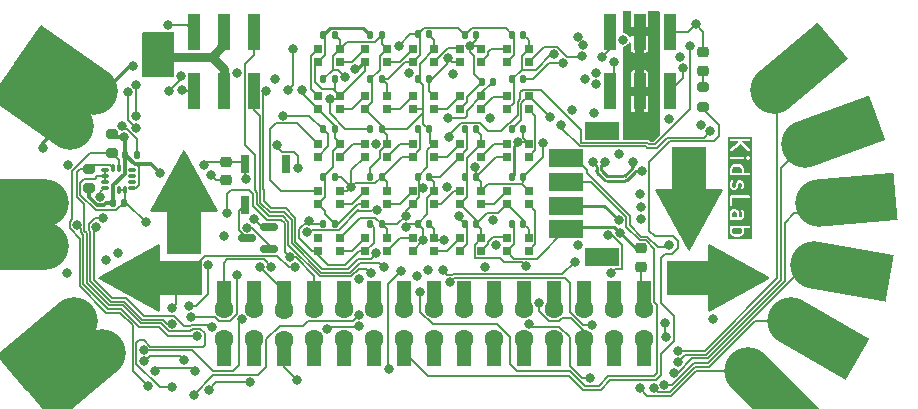
<source format=gbr>
%TF.GenerationSoftware,KiCad,Pcbnew,8.0.5-8.0.5-0~ubuntu22.04.1*%
%TF.CreationDate,2024-11-27T13:58:37+01:00*%
%TF.ProjectId,nerdYcontroller,6e657264-5963-46f6-9e74-726f6c6c6572,rev?*%
%TF.SameCoordinates,Original*%
%TF.FileFunction,Copper,L1,Top*%
%TF.FilePolarity,Positive*%
%FSLAX46Y46*%
G04 Gerber Fmt 4.6, Leading zero omitted, Abs format (unit mm)*
G04 Created by KiCad (PCBNEW 8.0.5-8.0.5-0~ubuntu22.04.1) date 2024-11-27 13:58:37*
%MOMM*%
%LPD*%
G01*
G04 APERTURE LIST*
G04 Aperture macros list*
%AMRoundRect*
0 Rectangle with rounded corners*
0 $1 Rounding radius*
0 $2 $3 $4 $5 $6 $7 $8 $9 X,Y pos of 4 corners*
0 Add a 4 corners polygon primitive as box body*
4,1,4,$2,$3,$4,$5,$6,$7,$8,$9,$2,$3,0*
0 Add four circle primitives for the rounded corners*
1,1,$1+$1,$2,$3*
1,1,$1+$1,$4,$5*
1,1,$1+$1,$6,$7*
1,1,$1+$1,$8,$9*
0 Add four rect primitives between the rounded corners*
20,1,$1+$1,$2,$3,$4,$5,0*
20,1,$1+$1,$4,$5,$6,$7,0*
20,1,$1+$1,$6,$7,$8,$9,0*
20,1,$1+$1,$8,$9,$2,$3,0*%
%AMFreePoly0*
4,1,16,2.068441,2.822910,2.098225,2.768757,2.100000,2.750000,2.100000,-2.750000,2.080902,-2.808779,2.030902,-2.845106,1.969098,-2.845106,1.951808,-2.837622,-3.048192,-0.087622,-3.090491,-0.042561,-3.098225,0.018757,-3.068441,0.072910,-3.048192,0.087622,1.951808,2.837622,2.012515,2.849214,2.068441,2.822910,2.068441,2.822910,$1*%
%AMFreePoly1*
4,1,26,6.500000,-2.000000,0.000000,-2.000000,-0.284630,-1.979643,-0.563465,-1.918986,-0.830830,-1.819264,-1.081282,-1.682507,-1.309721,-1.511499,-1.511499,-1.309721,-1.682507,-1.081283,-1.819264,-0.830830,-1.918986,-0.563465,-1.979643,-0.284630,-2.000000,0.000000,-1.979643,0.284630,-1.918986,0.563465,-1.819264,0.830830,-1.682507,1.081282,-1.511499,1.309721,-1.309721,1.511499,-1.081283,1.682507,
-0.830830,1.819264,-0.563465,1.918986,-0.284630,1.979643,0.000000,2.000000,6.500000,2.000000,6.500000,-2.000000,6.500000,-2.000000,$1*%
%AMFreePoly2*
4,1,35,6.858779,1.980902,6.895106,1.930901,6.900000,1.900000,6.900000,-1.900000,6.880902,-1.958779,6.830902,-1.995106,6.800000,-2.000000,0.000000,-2.000000,-0.284630,-1.979643,-0.563465,-1.918986,-0.830830,-1.819264,-1.081282,-1.682507,-1.309721,-1.511499,-1.511499,-1.309721,-1.682507,-1.081283,-1.819264,-0.830830,-1.918986,-0.563465,-1.979643,-0.284630,-2.000000,0.000000,-1.979643,0.284630,
-1.918986,0.563465,-1.819264,0.830830,-1.682507,1.081282,-1.511499,1.309721,-1.309721,1.511499,-1.081283,1.682507,-0.830830,1.819264,-0.563465,1.918986,-0.284630,1.979643,-0.267027,1.980902,-0.138852,1.990069,-0.133394,1.994260,-0.100000,2.000000,6.800000,2.000000,6.858779,1.980902,6.858779,1.980902,$1*%
G04 Aperture macros list end*
%ADD10C,0.200000*%
%TA.AperFunction,SMDPad,CuDef*%
%ADD11RoundRect,0.140000X0.140000X0.170000X-0.140000X0.170000X-0.140000X-0.170000X0.140000X-0.170000X0*%
%TD*%
%TA.AperFunction,ComponentPad*%
%ADD12FreePoly0,270.000000*%
%TD*%
%TA.AperFunction,ComponentPad*%
%ADD13R,3.000000X3.700200*%
%TD*%
%TA.AperFunction,SMDPad,CuDef*%
%ADD14R,0.700000X0.700000*%
%TD*%
%TA.AperFunction,ComponentPad*%
%ADD15C,1.600000*%
%TD*%
%TA.AperFunction,SMDPad,CuDef*%
%ADD16R,1.270000X2.290000*%
%TD*%
%TA.AperFunction,SMDPad,CuDef*%
%ADD17R,1.000000X3.150000*%
%TD*%
%TA.AperFunction,CastellatedPad*%
%ADD18FreePoly1,40.000000*%
%TD*%
%TA.AperFunction,SMDPad,CuDef*%
%ADD19RoundRect,0.087500X-0.225000X-0.087500X0.225000X-0.087500X0.225000X0.087500X-0.225000X0.087500X0*%
%TD*%
%TA.AperFunction,SMDPad,CuDef*%
%ADD20RoundRect,0.087500X-0.087500X-0.225000X0.087500X-0.225000X0.087500X0.225000X-0.087500X0.225000X0*%
%TD*%
%TA.AperFunction,ComponentPad*%
%ADD21FreePoly2,220.000000*%
%TD*%
%TA.AperFunction,ComponentPad*%
%ADD22FreePoly0,0.000000*%
%TD*%
%TA.AperFunction,ComponentPad*%
%ADD23R,3.700200X3.000000*%
%TD*%
%TA.AperFunction,SMDPad,CuDef*%
%ADD24RoundRect,0.140000X-0.140000X-0.170000X0.140000X-0.170000X0.140000X0.170000X-0.140000X0.170000X0*%
%TD*%
%TA.AperFunction,SMDPad,CuDef*%
%ADD25RoundRect,0.218750X-0.256250X0.218750X-0.256250X-0.218750X0.256250X-0.218750X0.256250X0.218750X0*%
%TD*%
%TA.AperFunction,CastellatedPad*%
%ADD26FreePoly1,315.000000*%
%TD*%
%TA.AperFunction,SMDPad,CuDef*%
%ADD27RoundRect,0.225000X0.250000X-0.225000X0.250000X0.225000X-0.250000X0.225000X-0.250000X-0.225000X0*%
%TD*%
%TA.AperFunction,SMDPad,CuDef*%
%ADD28R,0.800000X1.500000*%
%TD*%
%TA.AperFunction,SMDPad,CuDef*%
%ADD29R,3.000000X1.500000*%
%TD*%
%TA.AperFunction,SMDPad,CuDef*%
%ADD30R,3.000000X1.600000*%
%TD*%
%TA.AperFunction,SMDPad,CuDef*%
%ADD31RoundRect,0.200000X0.275000X-0.200000X0.275000X0.200000X-0.275000X0.200000X-0.275000X-0.200000X0*%
%TD*%
%TA.AperFunction,ComponentPad*%
%ADD32FreePoly2,145.000000*%
%TD*%
%TA.AperFunction,SMDPad,CuDef*%
%ADD33RoundRect,0.225000X-0.250000X0.225000X-0.250000X-0.225000X0.250000X-0.225000X0.250000X0.225000X0*%
%TD*%
%TA.AperFunction,CastellatedPad*%
%ADD34FreePoly1,350.000000*%
%TD*%
%TA.AperFunction,ComponentPad*%
%ADD35FreePoly0,90.000000*%
%TD*%
%TA.AperFunction,ComponentPad*%
%ADD36FreePoly2,180.000000*%
%TD*%
%TA.AperFunction,CastellatedPad*%
%ADD37FreePoly1,20.000000*%
%TD*%
%TA.AperFunction,SMDPad,CuDef*%
%ADD38RoundRect,0.200000X-0.275000X0.200000X-0.275000X-0.200000X0.275000X-0.200000X0.275000X0.200000X0*%
%TD*%
%TA.AperFunction,CastellatedPad*%
%ADD39FreePoly1,5.000000*%
%TD*%
%TA.AperFunction,ComponentPad*%
%ADD40FreePoly0,180.000000*%
%TD*%
%TA.AperFunction,SMDPad,CuDef*%
%ADD41RoundRect,0.150000X0.587500X0.150000X-0.587500X0.150000X-0.587500X-0.150000X0.587500X-0.150000X0*%
%TD*%
%TA.AperFunction,CastellatedPad*%
%ADD42FreePoly1,330.000000*%
%TD*%
%TA.AperFunction,ViaPad*%
%ADD43C,0.800000*%
%TD*%
%TA.AperFunction,Conductor*%
%ADD44C,0.250000*%
%TD*%
%TA.AperFunction,Conductor*%
%ADD45C,0.152400*%
%TD*%
%TA.AperFunction,Conductor*%
%ADD46C,0.203200*%
%TD*%
%TA.AperFunction,Conductor*%
%ADD47C,0.304800*%
%TD*%
%TA.AperFunction,Conductor*%
%ADD48C,0.150000*%
%TD*%
%TA.AperFunction,Conductor*%
%ADD49C,0.254000*%
%TD*%
%TA.AperFunction,Conductor*%
%ADD50C,0.762000*%
%TD*%
G04 APERTURE END LIST*
D10*
G36*
X26036771Y-1179729D02*
G01*
X26036771Y-1418228D01*
X25983155Y-1525459D01*
X25934678Y-1573936D01*
X25827450Y-1627550D01*
X25446092Y-1627550D01*
X25338863Y-1573936D01*
X25290387Y-1525459D01*
X25236771Y-1418227D01*
X25236771Y-1179729D01*
X25270004Y-1113264D01*
X26003538Y-1113264D01*
X26036771Y-1179729D01*
G37*
G36*
X25562235Y269344D02*
G01*
X25608200Y177414D01*
X25608200Y-156121D01*
X25610121Y-175630D01*
X25611496Y-178950D01*
X25611751Y-182533D01*
X25618044Y-198979D01*
X25270003Y-198979D01*
X25236771Y-132514D01*
X25236771Y177414D01*
X25282735Y269344D01*
X25374664Y315307D01*
X25470307Y315307D01*
X25562235Y269344D01*
G37*
G36*
X25934678Y4047409D02*
G01*
X25983155Y3998932D01*
X26036771Y3891701D01*
X26036771Y3653201D01*
X26003539Y3586736D01*
X25270003Y3586736D01*
X25236771Y3653201D01*
X25236771Y3891700D01*
X25290387Y3998932D01*
X25338863Y4047409D01*
X25446092Y4101022D01*
X25827450Y4101022D01*
X25934678Y4047409D01*
G37*
G36*
X26901517Y-1994217D02*
G01*
X24870104Y-1994217D01*
X24870104Y-1156122D01*
X25036771Y-1156122D01*
X25036771Y-1441836D01*
X25038692Y-1461345D01*
X25040067Y-1464665D01*
X25040322Y-1468249D01*
X25047328Y-1486558D01*
X25118757Y-1629414D01*
X25124040Y-1637808D01*
X25125052Y-1640250D01*
X25127306Y-1642997D01*
X25129200Y-1646005D01*
X25131196Y-1647736D01*
X25137489Y-1655403D01*
X25208917Y-1726832D01*
X25216586Y-1733127D01*
X25218317Y-1735122D01*
X25221322Y-1737013D01*
X25224070Y-1739269D01*
X25226511Y-1740280D01*
X25234907Y-1745565D01*
X25377764Y-1816993D01*
X25396073Y-1823999D01*
X25399655Y-1824253D01*
X25402976Y-1825629D01*
X25422485Y-1827550D01*
X25851057Y-1827550D01*
X25870566Y-1825629D01*
X25873886Y-1824253D01*
X25877470Y-1823999D01*
X25895778Y-1816993D01*
X26038635Y-1745565D01*
X26047031Y-1740279D01*
X26049472Y-1739269D01*
X26052217Y-1737015D01*
X26055226Y-1735122D01*
X26056958Y-1733124D01*
X26064625Y-1726832D01*
X26136053Y-1655403D01*
X26142345Y-1647736D01*
X26144342Y-1646005D01*
X26146235Y-1642996D01*
X26148490Y-1640250D01*
X26149500Y-1637809D01*
X26154785Y-1629415D01*
X26226214Y-1486558D01*
X26233220Y-1468249D01*
X26233474Y-1464665D01*
X26234850Y-1461345D01*
X26236771Y-1441836D01*
X26236771Y-1156122D01*
X26234850Y-1136613D01*
X26233474Y-1133292D01*
X26233220Y-1129709D01*
X26226927Y-1113264D01*
X26636771Y-1113264D01*
X26656280Y-1111343D01*
X26692328Y-1096411D01*
X26719918Y-1068821D01*
X26734850Y-1032773D01*
X26734850Y-993755D01*
X26719918Y-957707D01*
X26692328Y-930117D01*
X26656280Y-915185D01*
X26636771Y-913264D01*
X25136771Y-913264D01*
X25117262Y-915185D01*
X25081214Y-930117D01*
X25053624Y-957707D01*
X25038692Y-993755D01*
X25038692Y-1032773D01*
X25053624Y-1068821D01*
X25063620Y-1078817D01*
X25047328Y-1111401D01*
X25040322Y-1129709D01*
X25040067Y-1133292D01*
X25038692Y-1136613D01*
X25036771Y-1156122D01*
X24870104Y-1156122D01*
X24870104Y201021D01*
X25036771Y201021D01*
X25036771Y-156121D01*
X25038692Y-175630D01*
X25040067Y-178950D01*
X25040322Y-182534D01*
X25047328Y-200842D01*
X25063620Y-233426D01*
X25053624Y-243422D01*
X25038692Y-279470D01*
X25038692Y-318488D01*
X25053624Y-354536D01*
X25081214Y-382126D01*
X25117262Y-397058D01*
X25136771Y-398979D01*
X25922485Y-398979D01*
X25941994Y-397058D01*
X25945314Y-395682D01*
X25948898Y-395428D01*
X25967207Y-388422D01*
X26110063Y-316993D01*
X26113326Y-314938D01*
X26114865Y-314426D01*
X26116780Y-312764D01*
X26126654Y-306550D01*
X26134869Y-297077D01*
X26144342Y-288862D01*
X26150558Y-278987D01*
X26152218Y-277073D01*
X26152730Y-275536D01*
X26154785Y-272272D01*
X26226214Y-129415D01*
X26233220Y-111106D01*
X26233474Y-107522D01*
X26234850Y-104202D01*
X26236771Y-84693D01*
X26236771Y201021D01*
X26234850Y220530D01*
X26233474Y223851D01*
X26233220Y227434D01*
X26226214Y245742D01*
X26154785Y388600D01*
X26144342Y405191D01*
X26114865Y430755D01*
X26077849Y443094D01*
X26038929Y440328D01*
X26004030Y422879D01*
X25978466Y393402D01*
X25966127Y356386D01*
X25968893Y317466D01*
X25975899Y299158D01*
X26036771Y177414D01*
X26036771Y-61085D01*
X25990806Y-153013D01*
X25898877Y-198979D01*
X25841432Y-198979D01*
X25808200Y-132514D01*
X25808200Y201021D01*
X25806279Y220530D01*
X25804903Y223851D01*
X25804649Y227434D01*
X25797643Y245742D01*
X25726214Y388600D01*
X25724159Y391864D01*
X25723647Y393402D01*
X25721985Y395318D01*
X25715771Y405191D01*
X25706298Y413407D01*
X25698083Y422879D01*
X25688209Y429094D01*
X25686294Y430755D01*
X25684755Y431268D01*
X25681492Y433322D01*
X25538635Y504750D01*
X25520327Y511756D01*
X25516743Y512011D01*
X25513423Y513386D01*
X25493914Y515307D01*
X25351057Y515307D01*
X25331548Y513386D01*
X25328227Y512011D01*
X25324645Y511756D01*
X25306336Y504750D01*
X25163479Y433322D01*
X25160215Y431269D01*
X25158677Y430755D01*
X25156760Y429093D01*
X25146889Y422879D01*
X25138675Y413409D01*
X25129200Y405191D01*
X25122985Y395318D01*
X25121324Y393402D01*
X25120811Y391864D01*
X25118757Y388600D01*
X25047328Y245742D01*
X25040322Y227434D01*
X25040067Y223851D01*
X25038692Y220530D01*
X25036771Y201021D01*
X24870104Y201021D01*
X24870104Y1558165D01*
X25036771Y1558165D01*
X25036771Y843879D01*
X25038692Y824370D01*
X25053624Y788322D01*
X25081214Y760732D01*
X25117262Y745800D01*
X25156280Y745800D01*
X25192328Y760732D01*
X25219918Y788322D01*
X25234850Y824370D01*
X25236771Y843879D01*
X25236771Y1458165D01*
X26636771Y1458165D01*
X26656280Y1460086D01*
X26692328Y1475018D01*
X26719918Y1502608D01*
X26734850Y1538656D01*
X26734850Y1577674D01*
X26719918Y1613722D01*
X26692328Y1641312D01*
X26656280Y1656244D01*
X26636771Y1658165D01*
X25136771Y1658165D01*
X25117262Y1656244D01*
X25081214Y1641312D01*
X25053624Y1613722D01*
X25038692Y1577674D01*
X25036771Y1558165D01*
X24870104Y1558165D01*
X24870104Y2701022D01*
X25036771Y2701022D01*
X25036771Y2415308D01*
X25038692Y2395799D01*
X25040067Y2392479D01*
X25040322Y2388895D01*
X25047328Y2370586D01*
X25118757Y2227730D01*
X25120811Y2224467D01*
X25121324Y2222928D01*
X25122985Y2221013D01*
X25129200Y2211139D01*
X25138672Y2202924D01*
X25146888Y2193451D01*
X25156762Y2187235D01*
X25158677Y2185575D01*
X25160213Y2185063D01*
X25163478Y2183008D01*
X25306335Y2111579D01*
X25324644Y2104573D01*
X25328227Y2104319D01*
X25331548Y2102943D01*
X25351057Y2101022D01*
X25422485Y2101022D01*
X25441994Y2102943D01*
X25445314Y2104319D01*
X25448898Y2104573D01*
X25467207Y2111579D01*
X25610063Y2183008D01*
X25613326Y2185063D01*
X25614865Y2185575D01*
X25616780Y2187237D01*
X25626654Y2193451D01*
X25634869Y2202924D01*
X25644342Y2211139D01*
X25650558Y2221014D01*
X25652218Y2222928D01*
X25652730Y2224465D01*
X25654785Y2227729D01*
X25726214Y2370586D01*
X25733220Y2388895D01*
X25733474Y2392479D01*
X25734850Y2395799D01*
X25736771Y2415308D01*
X25736771Y2605986D01*
X25782735Y2697916D01*
X25874664Y2743879D01*
X25898878Y2743879D01*
X25990806Y2697916D01*
X26036771Y2605986D01*
X26036771Y2438916D01*
X25975899Y2317173D01*
X25968893Y2298864D01*
X25966127Y2259944D01*
X25978466Y2222928D01*
X26004030Y2193451D01*
X26038929Y2176002D01*
X26077849Y2173236D01*
X26114865Y2185575D01*
X26144342Y2211139D01*
X26154785Y2227729D01*
X26226214Y2370586D01*
X26233220Y2388895D01*
X26233474Y2392479D01*
X26234850Y2395799D01*
X26236771Y2415308D01*
X26236771Y2629593D01*
X26234850Y2649102D01*
X26233474Y2652423D01*
X26233220Y2656006D01*
X26226214Y2674314D01*
X26154785Y2817172D01*
X26152730Y2820436D01*
X26152218Y2821974D01*
X26150556Y2823890D01*
X26144342Y2833763D01*
X26134869Y2841979D01*
X26126654Y2851451D01*
X26116780Y2857666D01*
X26114865Y2859327D01*
X26113326Y2859840D01*
X26110063Y2861894D01*
X25967206Y2933322D01*
X25948898Y2940328D01*
X25945314Y2940583D01*
X25941994Y2941958D01*
X25922485Y2943879D01*
X25851057Y2943879D01*
X25831548Y2941958D01*
X25828227Y2940583D01*
X25824645Y2940328D01*
X25806336Y2933322D01*
X25663479Y2861894D01*
X25660215Y2859841D01*
X25658677Y2859327D01*
X25656760Y2857665D01*
X25646889Y2851451D01*
X25638675Y2841981D01*
X25629200Y2833763D01*
X25622985Y2823890D01*
X25621324Y2821974D01*
X25620811Y2820436D01*
X25618757Y2817172D01*
X25547328Y2674314D01*
X25540322Y2656006D01*
X25540067Y2652423D01*
X25538692Y2649102D01*
X25536771Y2629593D01*
X25536771Y2438916D01*
X25490806Y2346988D01*
X25398877Y2301022D01*
X25374664Y2301022D01*
X25282736Y2346987D01*
X25236771Y2438917D01*
X25236771Y2677414D01*
X25297643Y2799157D01*
X25304649Y2817466D01*
X25307415Y2856386D01*
X25295076Y2893402D01*
X25269512Y2922878D01*
X25234613Y2940328D01*
X25195693Y2943094D01*
X25158677Y2930755D01*
X25129200Y2905191D01*
X25118757Y2888600D01*
X25047328Y2745744D01*
X25040322Y2727435D01*
X25040067Y2723852D01*
X25038692Y2720531D01*
X25036771Y2701022D01*
X24870104Y2701022D01*
X24870104Y3915308D01*
X25036771Y3915308D01*
X25036771Y3629594D01*
X25038692Y3610085D01*
X25040067Y3606765D01*
X25040322Y3603181D01*
X25047328Y3584873D01*
X25063620Y3552289D01*
X25053624Y3542293D01*
X25038692Y3506245D01*
X25038692Y3467227D01*
X25053624Y3431179D01*
X25081214Y3403589D01*
X25117262Y3388657D01*
X25136771Y3386736D01*
X26636771Y3386736D01*
X26656280Y3388657D01*
X26692328Y3403589D01*
X26719918Y3431179D01*
X26734850Y3467227D01*
X26734850Y3506245D01*
X26719918Y3542293D01*
X26692328Y3569883D01*
X26656280Y3584815D01*
X26636771Y3586736D01*
X26226927Y3586736D01*
X26233220Y3603181D01*
X26233474Y3606765D01*
X26234850Y3610085D01*
X26236771Y3629594D01*
X26236771Y3915308D01*
X26234850Y3934817D01*
X26233474Y3938138D01*
X26233220Y3941721D01*
X26226214Y3960030D01*
X26154785Y4102887D01*
X26149500Y4111282D01*
X26148490Y4113722D01*
X26146235Y4116469D01*
X26144342Y4119477D01*
X26142345Y4121209D01*
X26136053Y4128875D01*
X26064625Y4200304D01*
X26056958Y4206597D01*
X26055226Y4208594D01*
X26052217Y4210488D01*
X26049472Y4212741D01*
X26047031Y4213752D01*
X26038635Y4219037D01*
X25895778Y4290465D01*
X25877470Y4297471D01*
X25873886Y4297726D01*
X25870566Y4299101D01*
X25851057Y4301022D01*
X25422485Y4301022D01*
X25402976Y4299101D01*
X25399655Y4297726D01*
X25396073Y4297471D01*
X25377764Y4290465D01*
X25234907Y4219037D01*
X25226511Y4213753D01*
X25224070Y4212741D01*
X25221322Y4210486D01*
X25218317Y4208594D01*
X25216586Y4206600D01*
X25208917Y4200304D01*
X25137489Y4128875D01*
X25131196Y4121209D01*
X25129200Y4119477D01*
X25127306Y4116470D01*
X25125052Y4113722D01*
X25124040Y4111281D01*
X25118757Y4102886D01*
X25047328Y3960030D01*
X25040322Y3941721D01*
X25040067Y3938138D01*
X25038692Y3934817D01*
X25036771Y3915308D01*
X24870104Y3915308D01*
X24870104Y4863389D01*
X25038692Y4863389D01*
X25038692Y4824371D01*
X25053624Y4788323D01*
X25081214Y4760733D01*
X25117262Y4745801D01*
X25136771Y4743880D01*
X26136771Y4743880D01*
X26156280Y4745801D01*
X26192328Y4760733D01*
X26219918Y4788323D01*
X26234850Y4824371D01*
X26234850Y4863389D01*
X26395835Y4863389D01*
X26395835Y4843162D01*
X26395835Y4824372D01*
X26410766Y4788323D01*
X26423203Y4773170D01*
X26494631Y4701741D01*
X26509784Y4689304D01*
X26524716Y4683120D01*
X26545833Y4674372D01*
X26584850Y4674372D01*
X26584851Y4674372D01*
X26595408Y4678746D01*
X26620899Y4689303D01*
X26620904Y4689309D01*
X26636053Y4701740D01*
X26707482Y4773169D01*
X26719913Y4788318D01*
X26719919Y4788323D01*
X26734850Y4824372D01*
X26734850Y4843162D01*
X26734850Y4863389D01*
X26726102Y4884506D01*
X26719918Y4899438D01*
X26707481Y4914591D01*
X26636052Y4986019D01*
X26620899Y4998456D01*
X26584850Y5013387D01*
X26545832Y5013386D01*
X26509786Y4998456D01*
X26509784Y4998455D01*
X26494631Y4986018D01*
X26423203Y4914591D01*
X26410771Y4899443D01*
X26410767Y4899438D01*
X26404582Y4884506D01*
X26395835Y4863389D01*
X26234850Y4863389D01*
X26219918Y4899437D01*
X26192328Y4927027D01*
X26156280Y4941959D01*
X26136771Y4943880D01*
X25136771Y4943880D01*
X25117262Y4941959D01*
X25081214Y4927027D01*
X25053624Y4899437D01*
X25038692Y4863389D01*
X24870104Y4863389D01*
X24870104Y5481294D01*
X25036919Y5481294D01*
X25046602Y5443497D01*
X25070013Y5412282D01*
X25103588Y5392403D01*
X25142214Y5386885D01*
X25180011Y5396568D01*
X25196771Y5406737D01*
X25984530Y5997557D01*
X26566060Y5416027D01*
X26581213Y5403590D01*
X26617262Y5388659D01*
X26656280Y5388659D01*
X26692328Y5403590D01*
X26719918Y5431180D01*
X26734849Y5467228D01*
X26734849Y5506246D01*
X26719918Y5542295D01*
X26707481Y5557448D01*
X26021050Y6243880D01*
X26636771Y6243880D01*
X26656280Y6245801D01*
X26692328Y6260733D01*
X26719918Y6288323D01*
X26734850Y6324371D01*
X26734850Y6363389D01*
X26719918Y6399437D01*
X26692328Y6427027D01*
X26656280Y6441959D01*
X26636771Y6443880D01*
X25136771Y6443880D01*
X25117262Y6441959D01*
X25081214Y6427027D01*
X25053624Y6399437D01*
X25038692Y6363389D01*
X25038692Y6324371D01*
X25053624Y6288323D01*
X25081214Y6260733D01*
X25117262Y6245801D01*
X25136771Y6243880D01*
X25738206Y6243880D01*
X25841672Y6140414D01*
X25076771Y5566737D01*
X25062316Y5553495D01*
X25042437Y5519920D01*
X25036919Y5481294D01*
X24870104Y5481294D01*
X24870104Y6610547D01*
X26901517Y6610547D01*
X26901517Y-1994217D01*
G37*
D11*
%TO.P,C401,1*%
%TO.N,+3V3*%
X7569710Y15250000D03*
%TO.P,C401,2*%
%TO.N,GND*%
X6609710Y15250000D03*
%TD*%
D12*
%TO.P,A302,1,1*%
%TO.N,/Peripherals/GP15{slash}ArrowUp*%
X-21200000Y2350000D03*
D13*
X-21200000Y-1450100D03*
%TD*%
D14*
%TO.P,D408,1,DOUT*%
%TO.N,Net-(D408-DOUT)*%
X4004710Y8947876D03*
%TO.P,D408,2,VSS*%
%TO.N,GND*%
X4004710Y10047876D03*
%TO.P,D408,3,DIN*%
%TO.N,Net-(D406-DOUT)*%
X2174710Y10047876D03*
%TO.P,D408,4,VDD*%
%TO.N,+3V3*%
X2174710Y8947876D03*
%TD*%
%TO.P,D406,1,DOUT*%
%TO.N,Net-(D406-DOUT)*%
X4710Y8947876D03*
%TO.P,D406,2,VSS*%
%TO.N,GND*%
X4710Y10047876D03*
%TO.P,D406,3,DIN*%
%TO.N,Net-(D404-DOUT)*%
X-1825290Y10047876D03*
%TO.P,D406,4,VDD*%
%TO.N,+3V3*%
X-1825290Y8947876D03*
%TD*%
%TO.P,D419,1,DOUT*%
%TO.N,Net-(D419-DOUT)*%
X4004710Y947876D03*
%TO.P,D419,2,VSS*%
%TO.N,GND*%
X4004710Y2047876D03*
%TO.P,D419,3,DIN*%
%TO.N,Net-(D418-DOUT)*%
X2174710Y2047876D03*
%TO.P,D419,4,VDD*%
%TO.N,+3V3*%
X2174710Y947876D03*
%TD*%
D15*
%TO.P,J304,01,01*%
%TO.N,GND*%
X17780000Y-10470000D03*
D16*
X17780000Y-11725000D03*
%TO.P,J304,02,02*%
%TO.N,+3V3*%
X17780000Y-6675000D03*
D15*
X17780000Y-7930000D03*
%TO.P,J304,03,03*%
%TO.N,/Peripherals/GP1*%
X15240000Y-10470000D03*
D16*
X15240000Y-11725000D03*
%TO.P,J304,04,04*%
%TO.N,/Peripherals/GP0*%
X15240000Y-6675000D03*
D15*
X15240000Y-7930000D03*
%TO.P,J304,05,05*%
%TO.N,/Peripherals/GP3*%
X12700000Y-10470000D03*
D16*
X12700000Y-11725000D03*
%TO.P,J304,06,06*%
%TO.N,/Peripherals/GP2*%
X12700000Y-6675000D03*
D15*
X12700000Y-7930000D03*
%TO.P,J304,07,07*%
%TO.N,GND*%
X10160000Y-10470000D03*
D16*
X10160000Y-11725000D03*
%TO.P,J304,08,08*%
%TO.N,+3V3*%
X10160000Y-6675000D03*
D15*
X10160000Y-7930000D03*
%TO.P,J304,09,09*%
%TO.N,/Peripherals/GP19*%
X7620000Y-10470000D03*
D16*
X7620000Y-11725000D03*
%TO.P,J304,10,10*%
%TO.N,/Peripherals/GP22*%
X7620000Y-6675000D03*
D15*
X7620000Y-7930000D03*
%TO.P,J304,11,11*%
%TO.N,/Peripherals/GP21*%
X5080000Y-10470000D03*
D16*
X5080000Y-11725000D03*
%TO.P,J304,12,12*%
%TO.N,/Peripherals/GP18*%
X5080000Y-6675000D03*
D15*
X5080000Y-7930000D03*
%TO.P,J304,13,13*%
%TO.N,GND*%
X2540000Y-10470000D03*
D16*
X2540000Y-11725000D03*
%TO.P,J304,14,14*%
%TO.N,+3V3*%
X2540000Y-6675000D03*
D15*
X2540000Y-7930000D03*
%TO.P,J304,15,15*%
%TO.N,/Peripherals/GP23*%
X0Y-10470000D03*
D16*
X0Y-11725000D03*
%TO.P,J304,16,16*%
%TO.N,/Peripherals/GP24*%
X0Y-6675000D03*
D15*
X0Y-7930000D03*
%TO.P,J304,17,17*%
%TO.N,/Peripherals/GP25{slash}LED*%
X-2540000Y-10470000D03*
D16*
X-2540000Y-11725000D03*
%TO.P,J304,18,18*%
%TO.N,/Peripherals/GP27*%
X-2540000Y-6675000D03*
D15*
X-2540000Y-7930000D03*
%TO.P,J304,19,19*%
%TO.N,GND*%
X-5080000Y-10470000D03*
D16*
X-5080000Y-11725000D03*
%TO.P,J304,20,20*%
%TO.N,+3V3*%
X-5080000Y-6675000D03*
D15*
X-5080000Y-7930000D03*
%TO.P,J304,21,21*%
%TO.N,/Peripherals/GP26*%
X-7620000Y-10470000D03*
D16*
X-7620000Y-11725000D03*
%TO.P,J304,22,22*%
%TO.N,/Peripherals/GP28*%
X-7620000Y-6675000D03*
D15*
X-7620000Y-7930000D03*
%TO.P,J304,23,23*%
%TO.N,/Peripherals/GP14{slash}ArrowLeft*%
X-10160000Y-10470000D03*
D16*
X-10160000Y-11725000D03*
%TO.P,J304,24,24*%
%TO.N,/Peripherals/GP15{slash}ArrowUp*%
X-10160000Y-6675000D03*
D15*
X-10160000Y-7930000D03*
%TO.P,J304,25,25*%
%TO.N,/Peripherals/GP17{slash}ArrowDown*%
X-12700000Y-10580000D03*
D16*
X-12700000Y-11725000D03*
%TO.P,J304,26,26*%
%TO.N,/Peripherals/GP16{slash}ArrowRight*%
X-12700000Y-6675000D03*
D15*
X-12700000Y-8040000D03*
%TO.P,J304,27,27*%
%TO.N,GND*%
X-15240000Y-10470000D03*
D16*
X-15240000Y-11725000D03*
%TO.P,J304,28,28*%
%TO.N,/VBUS*%
X-15240000Y-6675000D03*
D15*
X-15240000Y-7930000D03*
%TO.P,J304,29,29*%
%TO.N,/SWCLK*%
X-17780000Y-10470000D03*
D16*
X-17780000Y-11725000D03*
%TO.P,J304,30,30*%
%TO.N,/SWD*%
X-17780000Y-6675000D03*
D15*
X-17780000Y-7930000D03*
%TD*%
D17*
%TO.P,J302,1,Pin_1*%
%TO.N,/Peripherals/GP4{slash}SERVO_2*%
X14860000Y10475000D03*
%TO.P,J302,2,Pin_2*%
%TO.N,/Peripherals/GP5{slash}SERVO_3*%
X14860000Y15525000D03*
%TO.P,J302,3,Pin_3*%
%TO.N,/VBUS*%
X17400000Y10475000D03*
%TO.P,J302,4,Pin_4*%
X17400000Y15525000D03*
%TO.P,J302,5,Pin_5*%
%TO.N,GND*%
X19940000Y10475000D03*
%TO.P,J302,6,Pin_6*%
X19940000Y15525000D03*
%TD*%
D14*
%TO.P,D421,1,DOUT*%
%TO.N,Net-(D421-DOUT)*%
X6174710Y-1952124D03*
%TO.P,D421,2,VSS*%
%TO.N,GND*%
X6174710Y-3052124D03*
%TO.P,D421,3,DIN*%
%TO.N,Net-(D420-DOUT)*%
X8004710Y-3052124D03*
%TO.P,D421,4,VDD*%
%TO.N,+3V3*%
X8004710Y-1952124D03*
%TD*%
D18*
%TO.P,GP0,1,1*%
%TO.N,/Peripherals/GP0*%
X28800000Y10600000D03*
%TD*%
D11*
%TO.P,C412,1*%
%TO.N,+3V3*%
X3569710Y7250000D03*
%TO.P,C412,2*%
%TO.N,GND*%
X2609710Y7250000D03*
%TD*%
D14*
%TO.P,D414,1,DOUT*%
%TO.N,Net-(D414-DOUT)*%
X-5825290Y6047876D03*
%TO.P,D414,2,VSS*%
%TO.N,GND*%
X-5825290Y4947876D03*
%TO.P,D414,3,DIN*%
%TO.N,Net-(D413-DOUT)*%
X-3995290Y4947876D03*
%TO.P,D414,4,VDD*%
%TO.N,+3V3*%
X-3995290Y6047876D03*
%TD*%
D19*
%TO.P,U301,1,SDO/SA0*%
%TO.N,GND*%
X-27862500Y3800000D03*
%TO.P,U301,2,SDX*%
X-27862500Y3300000D03*
%TO.P,U301,3,SCX*%
X-27862500Y2800000D03*
%TO.P,U301,4,INT1*%
%TO.N,/Peripherals/GP13{slash}INTR*%
X-27862500Y2300000D03*
D20*
%TO.P,U301,5,VDDIO*%
%TO.N,+3V3*%
X-27200000Y2137500D03*
%TO.P,U301,6,GND*%
%TO.N,GND*%
X-26700000Y2137500D03*
%TO.P,U301,7,GND*%
X-26200000Y2137500D03*
D19*
%TO.P,U301,8,VDD*%
%TO.N,+3V3*%
X-25537500Y2300000D03*
%TO.P,U301,9,INT2*%
%TO.N,unconnected-(U301-INT2-Pad9)*%
X-25537500Y2800000D03*
%TO.P,U301,10,NC*%
%TO.N,unconnected-(U301-NC-Pad10)*%
X-25537500Y3300000D03*
%TO.P,U301,11,NC*%
%TO.N,unconnected-(U301-NC-Pad11)*%
X-25537500Y3800000D03*
D20*
%TO.P,U301,12,CS*%
%TO.N,+3V3*%
X-26200000Y3962500D03*
%TO.P,U301,13,SCL*%
%TO.N,/Peripherals/GP7{slash}IMU_SCL*%
X-26700000Y3962500D03*
%TO.P,U301,14,SDA*%
%TO.N,/Peripherals/GP6{slash}IMU_SDA*%
X-27200000Y3962500D03*
%TD*%
D14*
%TO.P,D409,1,DOUT*%
%TO.N,Net-(D402-DIN)*%
X-9825290Y14047876D03*
%TO.P,D409,2,VSS*%
%TO.N,GND*%
X-9825290Y12947876D03*
%TO.P,D409,3,DIN*%
%TO.N,Net-(D407-DOUT)*%
X-7995290Y12947876D03*
%TO.P,D409,4,VDD*%
%TO.N,+3V3*%
X-7995290Y14047876D03*
%TD*%
D17*
%TO.P,J301,1,Pin_1*%
%TO.N,/Peripherals/GP10{slash}SERVO_0*%
X-15260000Y15525000D03*
%TO.P,J301,2,Pin_2*%
%TO.N,/Peripherals/GP11{slash}SERVO_1*%
X-15260000Y10475000D03*
%TO.P,J301,3,Pin_3*%
%TO.N,/VBUS*%
X-17800000Y15525000D03*
%TO.P,J301,4,Pin_4*%
X-17800000Y10475000D03*
%TO.P,J301,5,Pin_5*%
%TO.N,GND*%
X-20340000Y15525000D03*
%TO.P,J301,6,Pin_6*%
X-20340000Y10475000D03*
%TD*%
D14*
%TO.P,D424,1,DOUT*%
%TO.N,Net-(D424-DOUT)*%
X-5825290Y-1952124D03*
%TO.P,D424,2,VSS*%
%TO.N,GND*%
X-5825290Y-3052124D03*
%TO.P,D424,3,DIN*%
%TO.N,Net-(D423-DOUT)*%
X-3995290Y-3052124D03*
%TO.P,D424,4,VDD*%
%TO.N,+3V3*%
X-3995290Y-1952124D03*
%TD*%
D21*
%TO.P,VBUS301,1,1*%
%TO.N,/VBUS*%
X-28134019Y-11703993D03*
X-30448055Y-8946233D03*
%TD*%
D11*
%TO.P,C301,1*%
%TO.N,GND*%
X-25170000Y5050000D03*
%TO.P,C301,2*%
%TO.N,+3V3*%
X-26130000Y5050000D03*
%TD*%
D22*
%TO.P,A301,1,1*%
%TO.N,/Peripherals/GP14{slash}ArrowLeft*%
X-25350000Y-5308000D03*
D23*
X-21549900Y-5308000D03*
%TD*%
D14*
%TO.P,D416,1,DOUT*%
%TO.N,Net-(D416-DOUT)*%
X-7995290Y947876D03*
%TO.P,D416,2,VSS*%
%TO.N,GND*%
X-7995290Y2047876D03*
%TO.P,D416,3,DIN*%
%TO.N,Net-(D415-DOUT)*%
X-9825290Y2047876D03*
%TO.P,D416,4,VDD*%
%TO.N,+3V3*%
X-9825290Y947876D03*
%TD*%
D11*
%TO.P,C302,1*%
%TO.N,GND*%
X-26250000Y1050000D03*
%TO.P,C302,2*%
%TO.N,+3V3*%
X-27210000Y1050000D03*
%TD*%
D24*
%TO.P,C406,1*%
%TO.N,+3V3*%
X-1390290Y11497876D03*
%TO.P,C406,2*%
%TO.N,GND*%
X-430290Y11497876D03*
%TD*%
D14*
%TO.P,D422,1,DOUT*%
%TO.N,Net-(D422-DOUT)*%
X2174710Y-1952124D03*
%TO.P,D422,2,VSS*%
%TO.N,GND*%
X2174710Y-3052124D03*
%TO.P,D422,3,DIN*%
%TO.N,Net-(D421-DOUT)*%
X4004710Y-3052124D03*
%TO.P,D422,4,VDD*%
%TO.N,+3V3*%
X4004710Y-1952124D03*
%TD*%
D11*
%TO.P,C405,1*%
%TO.N,+3V3*%
X-430290Y15282000D03*
%TO.P,C405,2*%
%TO.N,GND*%
X-1390290Y15282000D03*
%TD*%
D25*
%TO.P,D301,1,K*%
%TO.N,GND*%
X22800000Y13787500D03*
%TO.P,D301,2,A*%
%TO.N,Net-(D301-A)*%
X22800000Y12212500D03*
%TD*%
D14*
%TO.P,D423,1,DOUT*%
%TO.N,Net-(D423-DOUT)*%
X-1825290Y-1952124D03*
%TO.P,D423,2,VSS*%
%TO.N,GND*%
X-1825290Y-3052124D03*
%TO.P,D423,3,DIN*%
%TO.N,Net-(D422-DOUT)*%
X4710Y-3052124D03*
%TO.P,D423,4,VDD*%
%TO.N,+3V3*%
X4710Y-1952124D03*
%TD*%
D11*
%TO.P,C409,1*%
%TO.N,+3V3*%
X-8430290Y15250000D03*
%TO.P,C409,2*%
%TO.N,GND*%
X-9390290Y15250000D03*
%TD*%
%TO.P,C415,1*%
%TO.N,+3V3*%
X-8430290Y7250000D03*
%TO.P,C415,2*%
%TO.N,GND*%
X-9390290Y7250000D03*
%TD*%
D26*
%TO.P,GP19,1,1*%
%TO.N,/Peripherals/GP19*%
X26600000Y-13200000D03*
%TD*%
D24*
%TO.P,C417,1*%
%TO.N,+3V3*%
X-5390290Y3250000D03*
%TO.P,C417,2*%
%TO.N,GND*%
X-4430290Y3250000D03*
%TD*%
D27*
%TO.P,C101,1*%
%TO.N,+3V3*%
X17500000Y-4375000D03*
%TO.P,C101,2*%
%TO.N,GND*%
X17500000Y-2825000D03*
%TD*%
D24*
%TO.P,C408,1*%
%TO.N,+3V3*%
X4050000Y11300000D03*
%TO.P,C408,2*%
%TO.N,GND*%
X5010000Y11300000D03*
%TD*%
%TO.P,C419,1*%
%TO.N,+3V3*%
X2609710Y3250000D03*
%TO.P,C419,2*%
%TO.N,GND*%
X3569710Y3250000D03*
%TD*%
D28*
%TO.P,BZ301,1,+*%
%TO.N,+3V3*%
X-16000000Y4350000D03*
%TO.P,BZ301,2,-*%
%TO.N,Net-(BZ301--)*%
X-16000000Y850000D03*
%TO.P,BZ301,3,NC*%
%TO.N,unconnected-(BZ301-NC-Pad3)*%
X-12500000Y4350000D03*
%TD*%
D29*
%TO.P,J303,1,Pin_1*%
%TO.N,/Peripherals/GP9{slash}Grove_D0*%
X11200000Y4800000D03*
%TO.P,J303,2,Pin_2*%
%TO.N,/Peripherals/GP8{slash}Grove_D1*%
X11200000Y2800000D03*
%TO.P,J303,3,Pin_3*%
%TO.N,+3V3*%
X11200000Y800000D03*
%TO.P,J303,4,Pin_4*%
%TO.N,GND*%
X11200000Y-1200000D03*
D30*
%TO.P,J303,MP,MountPin*%
%TO.N,unconnected-(J303-MountPin-PadMP)_1*%
X14200000Y7150000D03*
%TO.N,unconnected-(J303-MountPin-PadMP)*%
X14200000Y-3550000D03*
%TD*%
D24*
%TO.P,C416,1*%
%TO.N,+3V3*%
X-9390290Y3250000D03*
%TO.P,C416,2*%
%TO.N,GND*%
X-8430290Y3250000D03*
%TD*%
D31*
%TO.P,R309,1*%
%TO.N,/Peripherals/GP25{slash}LED*%
X22800000Y9175000D03*
%TO.P,R309,2*%
%TO.N,Net-(D301-A)*%
X22800000Y10825000D03*
%TD*%
D32*
%TO.P,GND301,1,1*%
%TO.N,GND*%
X-30832438Y7525526D03*
X-28767562Y10474474D03*
%TD*%
D33*
%TO.P,C305,1*%
%TO.N,+3V3*%
X-17650000Y4475000D03*
%TO.P,C305,2*%
%TO.N,GND*%
X-17650000Y2925000D03*
%TD*%
D14*
%TO.P,D413,1,DOUT*%
%TO.N,Net-(D413-DOUT)*%
X-1825290Y6047876D03*
%TO.P,D413,2,VSS*%
%TO.N,GND*%
X-1825290Y4947876D03*
%TO.P,D413,3,DIN*%
%TO.N,Net-(D412-DOUT)*%
X4710Y4947876D03*
%TO.P,D413,4,VDD*%
%TO.N,+3V3*%
X4710Y6047876D03*
%TD*%
D11*
%TO.P,C411,1*%
%TO.N,+3V3*%
X7569710Y7250000D03*
%TO.P,C411,2*%
%TO.N,GND*%
X6609710Y7250000D03*
%TD*%
D34*
%TO.P,GP3,1,1*%
%TO.N,/Peripherals/GP3*%
X32200000Y-4200000D03*
%TD*%
D11*
%TO.P,C421,1*%
%TO.N,+3V3*%
X7569710Y-750000D03*
%TO.P,C421,2*%
%TO.N,GND*%
X6609710Y-750000D03*
%TD*%
D14*
%TO.P,D407,1,DOUT*%
%TO.N,Net-(D407-DOUT)*%
X-5825290Y14047876D03*
%TO.P,D407,2,VSS*%
%TO.N,GND*%
X-5825290Y12947876D03*
%TO.P,D407,3,DIN*%
%TO.N,Net-(D405-DOUT)*%
X-3995290Y12947876D03*
%TO.P,D407,4,VDD*%
%TO.N,+3V3*%
X-3995290Y14047876D03*
%TD*%
D35*
%TO.P,A304,1,1*%
%TO.N,/Peripherals/GP17{slash}ArrowDown*%
X21600000Y75000D03*
D13*
X21600000Y3875100D03*
%TD*%
D24*
%TO.P,C418,1*%
%TO.N,+3V3*%
X-1390290Y3250000D03*
%TO.P,C418,2*%
%TO.N,GND*%
X-430290Y3250000D03*
%TD*%
D14*
%TO.P,D411,1,DOUT*%
%TO.N,Net-(D411-DOUT)*%
X6174710Y6047876D03*
%TO.P,D411,2,VSS*%
%TO.N,GND*%
X6174710Y4947876D03*
%TO.P,D411,3,DIN*%
%TO.N,Net-(D410-DOUT)*%
X8004710Y4947876D03*
%TO.P,D411,4,VDD*%
%TO.N,+3V3*%
X8004710Y6047876D03*
%TD*%
%TO.P,D401,1,DOUT*%
%TO.N,Net-(D401-DOUT)*%
X6174710Y14047876D03*
%TO.P,D401,2,VSS*%
%TO.N,GND*%
X6174710Y12947876D03*
%TO.P,D401,3,DIN*%
%TO.N,/Peripherals/GP12{slash}NEOPIXEL*%
X8004710Y12947876D03*
%TO.P,D401,4,VDD*%
%TO.N,+3V3*%
X8004710Y14047876D03*
%TD*%
D36*
%TO.P,3V3,1,1*%
%TO.N,+3V3*%
X-32900901Y-2600000D03*
X-32900901Y1000000D03*
%TD*%
D14*
%TO.P,D404,1,DOUT*%
%TO.N,Net-(D404-DOUT)*%
X-3995290Y8947876D03*
%TO.P,D404,2,VSS*%
%TO.N,GND*%
X-3995290Y10047876D03*
%TO.P,D404,3,DIN*%
%TO.N,Net-(D402-DOUT)*%
X-5825290Y10047876D03*
%TO.P,D404,4,VDD*%
%TO.N,+3V3*%
X-5825290Y8947876D03*
%TD*%
D37*
%TO.P,GP1,1,1*%
%TO.N,/Peripherals/GP1*%
X31400000Y6000000D03*
%TD*%
D31*
%TO.P,R301,1*%
%TO.N,+3V3*%
X-29250000Y2250000D03*
%TO.P,R301,2*%
%TO.N,/Peripherals/GP6{slash}IMU_SDA*%
X-29250000Y3900000D03*
%TD*%
D14*
%TO.P,D415,1,DOUT*%
%TO.N,Net-(D415-DOUT)*%
X-9825290Y6047876D03*
%TO.P,D415,2,VSS*%
%TO.N,GND*%
X-9825290Y4947876D03*
%TO.P,D415,3,DIN*%
%TO.N,Net-(D414-DOUT)*%
X-7995290Y4947876D03*
%TO.P,D415,4,VDD*%
%TO.N,+3V3*%
X-7995290Y6047876D03*
%TD*%
D24*
%TO.P,C410,1*%
%TO.N,+3V3*%
X6609710Y11497876D03*
%TO.P,C410,2*%
%TO.N,GND*%
X7569710Y11497876D03*
%TD*%
D14*
%TO.P,D417,1,DOUT*%
%TO.N,Net-(D417-DOUT)*%
X-3995290Y947876D03*
%TO.P,D417,2,VSS*%
%TO.N,GND*%
X-3995290Y2047876D03*
%TO.P,D417,3,DIN*%
%TO.N,Net-(D416-DOUT)*%
X-5825290Y2047876D03*
%TO.P,D417,4,VDD*%
%TO.N,+3V3*%
X-5825290Y947876D03*
%TD*%
%TO.P,D405,1,DOUT*%
%TO.N,Net-(D405-DOUT)*%
X-1825290Y14047876D03*
%TO.P,D405,2,VSS*%
%TO.N,GND*%
X-1825290Y12947876D03*
%TO.P,D405,3,DIN*%
%TO.N,Net-(D403-DOUT)*%
X4710Y12947876D03*
%TO.P,D405,4,VDD*%
%TO.N,+3V3*%
X4710Y14047876D03*
%TD*%
D38*
%TO.P,R302,1*%
%TO.N,+3V3*%
X-27300000Y6875000D03*
%TO.P,R302,2*%
%TO.N,/Peripherals/GP7{slash}IMU_SCL*%
X-27300000Y5225000D03*
%TD*%
D14*
%TO.P,D425,1,DOUT*%
%TO.N,unconnected-(D425-DOUT-Pad1)*%
X-9825290Y-1952124D03*
%TO.P,D425,2,VSS*%
%TO.N,GND*%
X-9825290Y-3052124D03*
%TO.P,D425,3,DIN*%
%TO.N,Net-(D424-DOUT)*%
X-7995290Y-3052124D03*
%TO.P,D425,4,VDD*%
%TO.N,+3V3*%
X-7995290Y-1952124D03*
%TD*%
D11*
%TO.P,C413,1*%
%TO.N,+3V3*%
X-430290Y7250000D03*
%TO.P,C413,2*%
%TO.N,GND*%
X-1390290Y7250000D03*
%TD*%
D14*
%TO.P,D420,1,DOUT*%
%TO.N,Net-(D420-DOUT)*%
X8004710Y947876D03*
%TO.P,D420,2,VSS*%
%TO.N,GND*%
X8004710Y2047876D03*
%TO.P,D420,3,DIN*%
%TO.N,Net-(D419-DOUT)*%
X6174710Y2047876D03*
%TO.P,D420,4,VDD*%
%TO.N,+3V3*%
X6174710Y947876D03*
%TD*%
D11*
%TO.P,C407,1*%
%TO.N,+3V3*%
X-4430290Y15250000D03*
%TO.P,C407,2*%
%TO.N,GND*%
X-5390290Y15250000D03*
%TD*%
D14*
%TO.P,D403,1,DOUT*%
%TO.N,Net-(D403-DOUT)*%
X2174710Y14047876D03*
%TO.P,D403,2,VSS*%
%TO.N,GND*%
X2174710Y12947876D03*
%TO.P,D403,3,DIN*%
%TO.N,Net-(D401-DOUT)*%
X4004710Y12947876D03*
%TO.P,D403,4,VDD*%
%TO.N,+3V3*%
X4004710Y14047876D03*
%TD*%
D39*
%TO.P,GP2,1,1*%
%TO.N,/Peripherals/GP2*%
X32600000Y1000000D03*
%TD*%
D11*
%TO.P,C403,1*%
%TO.N,+3V3*%
X3569710Y15250000D03*
%TO.P,C403,2*%
%TO.N,GND*%
X2609710Y15250000D03*
%TD*%
D40*
%TO.P,A303,1,1*%
%TO.N,/Peripherals/GP16{slash}ArrowRight*%
X25350000Y-5308000D03*
D23*
X21549900Y-5308000D03*
%TD*%
D11*
%TO.P,C425,1*%
%TO.N,+3V3*%
X-8430290Y-750000D03*
%TO.P,C425,2*%
%TO.N,GND*%
X-9390290Y-750000D03*
%TD*%
%TO.P,C423,1*%
%TO.N,+3V3*%
X-430290Y-750000D03*
%TO.P,C423,2*%
%TO.N,GND*%
X-1390290Y-750000D03*
%TD*%
D14*
%TO.P,D410,1,DOUT*%
%TO.N,Net-(D410-DOUT)*%
X8004710Y8947876D03*
%TO.P,D410,2,VSS*%
%TO.N,GND*%
X8004710Y10047876D03*
%TO.P,D410,3,DIN*%
%TO.N,Net-(D408-DOUT)*%
X6174710Y10047876D03*
%TO.P,D410,4,VDD*%
%TO.N,+3V3*%
X6174710Y8947876D03*
%TD*%
D24*
%TO.P,C420,1*%
%TO.N,+3V3*%
X6609710Y3250000D03*
%TO.P,C420,2*%
%TO.N,GND*%
X7569710Y3250000D03*
%TD*%
%TO.P,C402,1*%
%TO.N,+3V3*%
X-9390290Y11497876D03*
%TO.P,C402,2*%
%TO.N,GND*%
X-8430290Y11497876D03*
%TD*%
D14*
%TO.P,D402,1,DOUT*%
%TO.N,Net-(D402-DOUT)*%
X-7995290Y8947876D03*
%TO.P,D402,2,VSS*%
%TO.N,GND*%
X-7995290Y10047876D03*
%TO.P,D402,3,DIN*%
%TO.N,Net-(D402-DIN)*%
X-9825290Y10047876D03*
%TO.P,D402,4,VDD*%
%TO.N,+3V3*%
X-9825290Y8947876D03*
%TD*%
%TO.P,D412,1,DOUT*%
%TO.N,Net-(D412-DOUT)*%
X2174710Y6047876D03*
%TO.P,D412,2,VSS*%
%TO.N,GND*%
X2174710Y4947876D03*
%TO.P,D412,3,DIN*%
%TO.N,Net-(D411-DOUT)*%
X4004710Y4947876D03*
%TO.P,D412,4,VDD*%
%TO.N,+3V3*%
X4004710Y6047876D03*
%TD*%
D11*
%TO.P,C422,1*%
%TO.N,+3V3*%
X3569710Y-750000D03*
%TO.P,C422,2*%
%TO.N,GND*%
X2609710Y-750000D03*
%TD*%
D14*
%TO.P,D418,1,DOUT*%
%TO.N,Net-(D418-DOUT)*%
X4710Y947876D03*
%TO.P,D418,2,VSS*%
%TO.N,GND*%
X4710Y2047876D03*
%TO.P,D418,3,DIN*%
%TO.N,Net-(D417-DOUT)*%
X-1825290Y2047876D03*
%TO.P,D418,4,VDD*%
%TO.N,+3V3*%
X-1825290Y947876D03*
%TD*%
D41*
%TO.P,Q301,1,B*%
%TO.N,/Peripherals/GP20{slash}Buzzer*%
X-13962500Y-2912500D03*
%TO.P,Q301,2,E*%
%TO.N,GND*%
X-13962500Y-1012500D03*
%TO.P,Q301,3,C*%
%TO.N,Net-(BZ301--)*%
X-15837500Y-1962500D03*
%TD*%
D11*
%TO.P,C424,1*%
%TO.N,+3V3*%
X-4430290Y-750000D03*
%TO.P,C424,2*%
%TO.N,GND*%
X-5390290Y-750000D03*
%TD*%
D24*
%TO.P,C404,1*%
%TO.N,+3V3*%
X-5390290Y11497876D03*
%TO.P,C404,2*%
%TO.N,GND*%
X-4430290Y11497876D03*
%TD*%
D11*
%TO.P,C414,1*%
%TO.N,+3V3*%
X-4430290Y7250000D03*
%TO.P,C414,2*%
%TO.N,GND*%
X-5390290Y7250000D03*
%TD*%
D42*
%TO.P,GP22,1,1*%
%TO.N,/Peripherals/GP22*%
X30200000Y-9000000D03*
%TD*%
D43*
%TO.N,GND*%
X1143000Y8204200D03*
%TO.N,+3V3*%
X-895292Y2250000D03*
X17500000Y-300000D03*
X-31075000Y-4900000D03*
X-11200000Y10600000D03*
X850000Y-2150002D03*
X17450000Y1750000D03*
X17500000Y700000D03*
X-7518400Y11709400D03*
X-2400000Y-50000D03*
X10174999Y13591117D03*
X15650000Y-450000D03*
X7100000Y6150000D03*
X-15889249Y3010751D03*
X-26800000Y-3200000D03*
X-23200000Y3550000D03*
X12750000Y11550000D03*
X3074712Y14300000D03*
X-19500000Y4200000D03*
X20800000Y13350000D03*
X-27800000Y-3800000D03*
X-26278962Y6635456D03*
X13700000Y12000000D03*
X13700000Y11050000D03*
X-30961402Y4252004D03*
X7775000Y-4350000D03*
%TO.N,GND*%
X-13475000Y11525000D03*
X-10607953Y-506466D03*
X9207109Y6105452D03*
X2152609Y-52849D03*
X-925288Y-2150000D03*
X22150000Y16150000D03*
X15750000Y-1500000D03*
X1082270Y2343418D03*
X-24400000Y-600000D03*
X15671800Y5197600D03*
X-7000000Y2400000D03*
X10876305Y12894624D03*
X-2950000Y14350000D03*
X-26439499Y7571796D03*
X4325000Y-4375200D03*
X22600000Y7625000D03*
X-25500000Y12650000D03*
X3475134Y4078016D03*
X23650000Y-8800000D03*
X-8850000Y9800000D03*
X-12800000Y8412493D03*
X-21350000Y10550000D03*
X-17800000Y-1800000D03*
X19925000Y8150000D03*
X-4925290Y6039378D03*
X16000000Y14850000D03*
X21073800Y12440309D03*
X-2350000Y-1000000D03*
X-22550000Y16100000D03*
X11717791Y8867791D03*
X-6734469Y12351458D03*
X1200000Y13250000D03*
X9800000Y8300000D03*
X-16650000Y12000000D03*
X13550000Y8600000D03*
X-33150000Y5650000D03*
X-18900000Y3400000D03*
X-15212464Y-366410D03*
%TO.N,/VBUS*%
X12639222Y14364746D03*
X-24150000Y14100000D03*
X18450000Y7700000D03*
X18450000Y6600000D03*
X-22550000Y14050000D03*
X12200000Y15100000D03*
X18500000Y11150000D03*
%TO.N,/Peripherals/GP29{slash}MIC_OUT*%
X1303603Y6573800D03*
X21700000Y14300000D03*
%TO.N,/Peripherals/GP12{slash}NEOPIXEL*%
X12500000Y13425000D03*
X-6377170Y-5444523D03*
%TO.N,/Peripherals/GP11{slash}SERVO_1*%
X-4276200Y-4423063D03*
%TO.N,/Peripherals/GP10{slash}SERVO_0*%
X-5382209Y-4917791D03*
%TO.N,/Peripherals/GP5{slash}SERVO_3*%
X1354998Y-5670619D03*
X14200000Y13400000D03*
X13331241Y-9276251D03*
X19673800Y-10369558D03*
X19532842Y-9117158D03*
%TO.N,/Peripherals/GP4{slash}SERVO_2*%
X11900000Y-3950000D03*
X750000Y-4677600D03*
X15200000Y12950000D03*
%TO.N,/Peripherals/GP8{slash}Grove_D1*%
X-1185000Y-6520495D03*
%TO.N,/Peripherals/GP9{slash}Grove_D0*%
X19860113Y-2578792D03*
X-2785652Y-4727400D03*
X-3800000Y-13029600D03*
%TO.N,/Peripherals/GP19*%
X-19118028Y-4195864D03*
X17400000Y-14646400D03*
X-20784946Y-7701842D03*
%TO.N,/Peripherals/GP26*%
X-22193380Y-9226200D03*
X-21390002Y11775000D03*
X-28000000Y-226200D03*
X-22432209Y10482209D03*
%TO.N,/Peripherals/GP21*%
X-19052209Y-14787791D03*
X-15566552Y-14178599D03*
%TO.N,/Peripherals/GP0*%
X20621400Y-11525000D03*
%TO.N,/Peripherals/GP17{slash}ArrowDown*%
X-11588644Y-13940600D03*
%TO.N,/Peripherals/GP16{slash}ArrowRight*%
X-14735820Y-4378599D03*
X-9100000Y-9626200D03*
X13175000Y-13821000D03*
X8077824Y-9199998D03*
X-6382680Y-9381911D03*
%TO.N,/Peripherals/GP27*%
X-25267510Y8356193D03*
X-25242791Y11042791D03*
X-18825000Y-9443800D03*
X-28619455Y-1023242D03*
%TO.N,/Peripherals/GP22*%
X-20350000Y-15200000D03*
X-6332706Y-8433224D03*
X18589590Y-14646401D03*
%TO.N,/Peripherals/GP23*%
X-23600000Y-13250000D03*
X-20240251Y-13168851D03*
%TO.N,/Peripherals/GP2*%
X20295638Y-13367406D03*
%TO.N,/Peripherals/GP14{slash}ArrowLeft*%
X-11755342Y-4439687D03*
X-22157209Y-7842791D03*
%TO.N,/Peripherals/GP3*%
X19500000Y-14375000D03*
X8871250Y-7423166D03*
%TO.N,/SWD*%
X-13785833Y-4373205D03*
%TO.N,/Peripherals/GP15{slash}ArrowUp*%
X-17550000Y200000D03*
X-12188986Y-3578386D03*
%TO.N,/Peripherals/GP1*%
X20621400Y-12475003D03*
%TO.N,/Peripherals/GP18*%
X-16650000Y-5100000D03*
X-20592791Y-8632209D03*
%TO.N,/Peripherals/GP24*%
X-16245376Y-8830957D03*
X-24595449Y-11445449D03*
%TO.N,/Peripherals/GP28*%
X-25921953Y10378529D03*
X-20043380Y-10243380D03*
X-30240536Y-860167D03*
X-25278600Y7406255D03*
%TO.N,/Peripherals/GP20{slash}Buzzer*%
X-15807209Y-1107209D03*
%TO.N,/N_USBBOOT*%
X-12350000Y10600000D03*
X-11950000Y14050000D03*
X23374764Y7075236D03*
X10750000Y7650000D03*
%TO.N,Net-(U101-RUN)*%
X-13256980Y5928600D03*
X-11550000Y4013239D03*
%TO.N,/Peripherals/GP6{slash}IMU_SDA*%
X-22200000Y-14600000D03*
X-522005Y-4677600D03*
%TO.N,/Peripherals/GP7{slash}IMU_SCL*%
X-24255134Y-14455134D03*
X-1476149Y-5185634D03*
%TO.N,+1V1*%
X-10749499Y-1445863D03*
X-4867811Y426199D03*
X4950000Y-450000D03*
%TO.N,/Peripherals/GP13{slash}INTR*%
X-28250000Y1550000D03*
X-4925290Y-3202209D03*
X-14209998Y10475291D03*
%TO.N,/FLASH_SD3*%
X14750000Y-1700000D03*
X15000000Y-4900002D03*
%TO.N,/FLASH_SD0*%
X12210100Y-2500001D03*
X5279552Y-2520448D03*
%TO.N,/Peripherals/GP25{slash}LED*%
X-24544995Y-12394111D03*
X-21154551Y-12254551D03*
%TO.N,/power-and-usb/usb_vcc*%
X4741053Y8206417D03*
X-2129850Y12011938D03*
X1609780Y11918717D03*
%TO.N,/usb_d+*%
X13433760Y4513797D03*
X17571232Y3728768D03*
%TO.N,/usb_d-*%
X16828768Y4471232D03*
X14483760Y4513797D03*
%TD*%
D44*
%TO.N,/usb_d+*%
X13758760Y4105954D02*
G75*
G03*
X13700197Y4247390I-199960J46D01*
G01*
X14463578Y2931978D02*
G75*
G03*
X14604999Y2873399I141422J141422D01*
G01*
X13817339Y3578217D02*
G75*
G02*
X13758799Y3719639I141461J141383D01*
G01*
X17053033Y3670190D02*
G75*
G02*
X17194454Y3728810I141467J-141390D01*
G01*
X16314822Y2931979D02*
G75*
G02*
X16173400Y2873400I-141422J141421D01*
G01*
%TO.N,/usb_d-*%
X14158760Y4105954D02*
G75*
G02*
X14217307Y4247406I200040J46D01*
G01*
X16828768Y4094454D02*
G75*
G02*
X16770160Y3953063I-199968J46D01*
G01*
X16007714Y3273400D02*
G75*
G03*
X16149129Y3331986I-14J200000D01*
G01*
X14629266Y3331978D02*
G75*
G03*
X14770687Y3273391I141434J141422D01*
G01*
X14217339Y3743905D02*
G75*
G02*
X14158791Y3885327I141461J141395D01*
G01*
%TO.N,/usb_d+*%
X13817339Y3578217D02*
X14463578Y2931978D01*
X16314822Y2931979D02*
X17053033Y3670190D01*
%TO.N,/usb_d-*%
X14770687Y3273400D02*
X16007714Y3273400D01*
%TO.N,/usb_d+*%
X14604999Y2873400D02*
X16173400Y2873400D01*
X17194454Y3728768D02*
X17571232Y3728768D01*
%TO.N,/usb_d-*%
X16149136Y3331979D02*
X16770190Y3953033D01*
%TO.N,/usb_d+*%
X13433760Y4513797D02*
X13700182Y4247375D01*
X13758760Y4105954D02*
X13758760Y3719639D01*
%TO.N,/usb_d-*%
X16828768Y4094454D02*
X16828768Y4471232D01*
X14483760Y4513797D02*
X14217338Y4247375D01*
X14158760Y4105954D02*
X14158760Y3885327D01*
X14217339Y3743905D02*
X14629266Y3331978D01*
D45*
%TO.N,Net-(BZ301--)*%
X-16550000Y-1250000D02*
X-15837500Y-1962500D01*
X-16550000Y300000D02*
X-16550000Y-1250000D01*
X-16000000Y850000D02*
X-16550000Y300000D01*
%TO.N,+3V3*%
X5598510Y-3625000D02*
X5962081Y-3988571D01*
X-16000000Y3121502D02*
X-15889249Y3010751D01*
D46*
X-1249090Y3108800D02*
X-1390290Y3250000D01*
X-5030814Y14649476D02*
X-4430290Y15250000D01*
D47*
X-29250000Y1521400D02*
X-29250000Y2250000D01*
D45*
X6174710Y947876D02*
X5403034Y176200D01*
D47*
X-27210000Y1050000D02*
X-27255000Y1005000D01*
D46*
X-7393690Y14649476D02*
X-5030814Y14649476D01*
D45*
X7569710Y-750000D02*
X7569710Y-447124D01*
D47*
X-27200000Y2503828D02*
X-26200000Y3503828D01*
D46*
X-9223690Y1549476D02*
X-9223690Y3083400D01*
X8004710Y14047876D02*
X8004710Y14815000D01*
X-4600000Y5443166D02*
X-3995290Y6047876D01*
X8641276Y12291276D02*
X7403110Y12291276D01*
D48*
X17500000Y-4375000D02*
X17500000Y-6395000D01*
D45*
X7413571Y-3988571D02*
X7775000Y-4350000D01*
X-6256966Y-213800D02*
X-4966490Y-213800D01*
D46*
X-895292Y11002878D02*
X-1390290Y11497876D01*
D45*
X202588Y-2150002D02*
X4710Y-1952124D01*
D46*
X3074712Y14300000D02*
X3074712Y13774674D01*
X-1249090Y2600000D02*
X-1245292Y2600000D01*
X-8100276Y12291276D02*
X-7518400Y11709400D01*
X3752586Y14300000D02*
X4004710Y14047876D01*
X-3995290Y6815000D02*
X-4430290Y7250000D01*
X-4596890Y12291276D02*
X-4596890Y13446276D01*
X3074712Y13774674D02*
X3403110Y13446276D01*
D45*
X4580910Y-3625000D02*
X5598510Y-3625000D01*
D46*
X-8596890Y12291276D02*
X-8100276Y12291276D01*
X-8430290Y6482876D02*
X-7995290Y6047876D01*
X-5825290Y8947876D02*
X-5223690Y9549476D01*
D47*
X-27255000Y1005000D02*
X-27801656Y1005000D01*
D46*
X-7995290Y14047876D02*
X-7995290Y14815000D01*
X-5390290Y11497876D02*
X-4596890Y12291276D01*
X6609710Y11497876D02*
X6776310Y11331276D01*
X4710Y14047876D02*
X4710Y14847000D01*
X-8430290Y7250000D02*
X-8430290Y7552876D01*
X-7995290Y14047876D02*
X-7393690Y14649476D01*
D47*
X-27060456Y6635456D02*
X-27300000Y6875000D01*
D46*
X6609710Y11497876D02*
X7403110Y12291276D01*
X7403110Y13446276D02*
X8004710Y14047876D01*
D45*
X-4966490Y-213800D02*
X-4430290Y-750000D01*
X-4430290Y-750000D02*
X-3100000Y-750000D01*
D46*
X-895292Y9100000D02*
X-895292Y11002878D01*
X-9825290Y8947876D02*
X-11200000Y10322586D01*
D45*
X4004710Y-1952124D02*
X3428510Y-2528324D01*
D46*
X2174710Y8947876D02*
X2776310Y9549476D01*
D45*
X5962081Y-3988571D02*
X7413571Y-3988571D01*
D46*
X-8430290Y7552876D02*
X-9825290Y8947876D01*
X8004710Y14815000D02*
X7569710Y15250000D01*
X-5223690Y9549476D02*
X-5223690Y11331276D01*
D47*
X-26278962Y6635456D02*
X-27060456Y6635456D01*
X-28576200Y847600D02*
X-29250000Y1521400D01*
D46*
X-6461710Y947876D02*
X-8159586Y-750000D01*
D45*
X3569710Y-750000D02*
X3569710Y-447124D01*
D47*
X-26200000Y3962500D02*
X-26200000Y4980000D01*
D46*
X-9825290Y947876D02*
X-9223690Y1549476D01*
X-8596890Y13446276D02*
X-7995290Y14047876D01*
D45*
X6750910Y9524076D02*
X6750910Y9721235D01*
X-25278936Y2300000D02*
X-24998800Y2580136D01*
D46*
X-1249090Y2600000D02*
X-1249090Y3108800D01*
X-8159586Y-750000D02*
X-8430290Y-750000D01*
D45*
X-26130000Y5450000D02*
X-26130000Y5050000D01*
X-1825290Y947876D02*
X-1249090Y1524076D01*
D46*
X-895292Y9100000D02*
X-895292Y7715002D01*
X2609710Y3250000D02*
X2776310Y3083400D01*
X-5825290Y947876D02*
X-6461710Y947876D01*
D47*
X-27210000Y1050000D02*
X-27210000Y2127500D01*
D45*
X-26130000Y6486494D02*
X-26130000Y5450000D01*
D46*
X4050000Y11300000D02*
X3403110Y11946890D01*
D45*
X4004710Y6047876D02*
X4004710Y6815000D01*
X6750910Y9721235D02*
X6776310Y9746635D01*
D47*
X-27801656Y1005000D02*
X-27959056Y847600D01*
D46*
X-4430290Y14482876D02*
X-3995290Y14047876D01*
X-8596890Y4043400D02*
X-8596890Y5446276D01*
D49*
X6609710Y3250000D02*
X6801710Y3442000D01*
D45*
X-17650000Y4475000D02*
X-19225000Y4475000D01*
D46*
X-895292Y9100000D02*
X-895292Y8655108D01*
D45*
X7902586Y6150000D02*
X8004710Y6047876D01*
X-350000Y7169710D02*
X-430290Y7250000D01*
X7569710Y7250000D02*
X7569710Y6482876D01*
X-3100000Y-750000D02*
X-2400000Y-50000D01*
D46*
X6776310Y11331276D02*
X6776310Y9746635D01*
X-9390290Y3250000D02*
X-8596890Y4043400D01*
D45*
X-16000000Y4350000D02*
X-16000000Y3121502D01*
D46*
X-1245292Y2600000D02*
X-895292Y2250000D01*
D47*
X-27200000Y2137500D02*
X-27200000Y2503828D01*
X-27210000Y2127500D02*
X-27200000Y2137500D01*
D46*
X-2300400Y7250000D02*
X-4430290Y7250000D01*
D47*
X-26200000Y3503828D02*
X-26200000Y3962500D01*
D45*
X3569710Y-447124D02*
X2174710Y947876D01*
X8004710Y-1185000D02*
X7569710Y-750000D01*
X7569710Y6482876D02*
X8004710Y6047876D01*
D46*
X-1047416Y8947876D02*
X-1825290Y8947876D01*
X3569710Y14794998D02*
X3074712Y14300000D01*
X-8596890Y5446276D02*
X-7995290Y6047876D01*
D44*
X14400000Y800000D02*
X15650000Y-450000D01*
D46*
X-5223690Y11331276D02*
X-5390290Y11497876D01*
X-5390290Y4009710D02*
X-4600000Y4800000D01*
D45*
X850000Y-2150002D02*
X202588Y-2150002D01*
D46*
X2776310Y10026310D02*
X4050000Y11300000D01*
D45*
X-19225000Y4475000D02*
X-19500000Y4200000D01*
D46*
X2609710Y3250000D02*
X2776310Y3416600D01*
X-3995290Y6047876D02*
X-3995290Y6815000D01*
X-9390290Y11497876D02*
X-8596890Y12291276D01*
D45*
X4004710Y6815000D02*
X3569710Y7250000D01*
D46*
X-4600000Y4800000D02*
X-4600000Y5443166D01*
D45*
X7569710Y-447124D02*
X6174710Y947876D01*
D46*
X2776310Y4819476D02*
X4004710Y6047876D01*
D45*
X-2400000Y-50000D02*
X-2400000Y373166D01*
X4710Y-1185000D02*
X-430290Y-750000D01*
X4710Y-1952124D02*
X4710Y-1185000D01*
X4004710Y-1185000D02*
X3569710Y-750000D01*
D46*
X-4430290Y15250000D02*
X-4430290Y14482876D01*
X-9223690Y3083400D02*
X-9390290Y3250000D01*
D44*
X11200000Y800000D02*
X14400000Y800000D01*
D47*
X-25357400Y4277400D02*
X-23927400Y4277400D01*
D46*
X-1223690Y11664476D02*
X-1390290Y11497876D01*
X-9223690Y346276D02*
X-9825290Y947876D01*
X-1223690Y12819476D02*
X-1223690Y11664476D01*
D45*
X-1249090Y1524076D02*
X-1249090Y2600000D01*
X-571490Y5471676D02*
X4710Y6047876D01*
D46*
X3074712Y14300000D02*
X3752586Y14300000D01*
D47*
X-26200000Y4980000D02*
X-26130000Y5050000D01*
D45*
X5403034Y176200D02*
X4495910Y176200D01*
D47*
X-26130000Y5050000D02*
X-25357400Y4277400D01*
D45*
X7100000Y6150000D02*
X7902586Y6150000D01*
D47*
X-26130000Y6486494D02*
X-26278962Y6635456D01*
D45*
X-17650000Y4475000D02*
X-16125000Y4475000D01*
D46*
X4710Y14047876D02*
X-1223690Y12819476D01*
D45*
X-24998800Y4047034D02*
X-26001766Y5050000D01*
X8004710Y-1952124D02*
X8004710Y-1185000D01*
X-571490Y4068800D02*
X-571490Y5471676D01*
X4495910Y176200D02*
X3569710Y-750000D01*
X-350000Y6070000D02*
X-350000Y7169710D01*
D46*
X-895292Y8655108D02*
X-2300400Y7250000D01*
D47*
X-27959056Y847600D02*
X-28576200Y847600D01*
D45*
X3428510Y-3628324D02*
X4577586Y-3628324D01*
D46*
X-11200000Y10322586D02*
X-11200000Y10600000D01*
X-8596890Y12291276D02*
X-8596890Y13446276D01*
D49*
X6801710Y5851710D02*
X7100000Y6150000D01*
D45*
X6174710Y8947876D02*
X6750910Y9524076D01*
X4004710Y-1952124D02*
X4004710Y-1185000D01*
X-24998800Y2580136D02*
X-24998800Y4047034D01*
D46*
X2776310Y9549476D02*
X2776310Y10026310D01*
X-4430290Y7552876D02*
X-5825290Y8947876D01*
X3403110Y11946890D02*
X3403110Y13446276D01*
X-895292Y9100000D02*
X-1047416Y8947876D01*
X-5390290Y3250000D02*
X-5390290Y4009710D01*
D45*
X3428510Y-2528324D02*
X3428510Y-3628324D01*
D46*
X-9223690Y43400D02*
X-9223690Y346276D01*
D45*
X-26001766Y5050000D02*
X-26130000Y5050000D01*
X4577586Y-3628324D02*
X4580910Y-3625000D01*
D46*
X-8430290Y-750000D02*
X-9223690Y43400D01*
D49*
X6801710Y3442000D02*
X6801710Y5851710D01*
D45*
X-25537500Y2300000D02*
X-25278936Y2300000D01*
D46*
X-8430290Y7250000D02*
X-8430290Y6482876D01*
X2776310Y3083400D02*
X2776310Y1549476D01*
X-895292Y7715002D02*
X-430290Y7250000D01*
D45*
X-7995290Y-1952124D02*
X-6256966Y-213800D01*
D47*
X-26130000Y5050000D02*
X-26130000Y6486494D01*
D46*
X-4596890Y13446276D02*
X-3995290Y14047876D01*
D48*
X17500000Y-6395000D02*
X17780000Y-6675000D01*
D45*
X-16125000Y4475000D02*
X-16000000Y4350000D01*
D46*
X10174999Y13591117D02*
X9941117Y13591117D01*
X3569710Y15250000D02*
X3569710Y14794998D01*
X-4430290Y7250000D02*
X-4430290Y7552876D01*
X2776310Y3416600D02*
X2776310Y4819476D01*
D45*
X-1390290Y3250000D02*
X-571490Y4068800D01*
X-3995290Y-1952124D02*
X-3995290Y-1185000D01*
X-2400000Y373166D02*
X-1825290Y947876D01*
D47*
X-23927400Y4277400D02*
X-23200000Y3550000D01*
D46*
X-7995290Y14815000D02*
X-8430290Y15250000D01*
X7403110Y12291276D02*
X7403110Y13446276D01*
X4710Y14847000D02*
X-430290Y15282000D01*
X9941117Y13591117D02*
X8641276Y12291276D01*
D45*
X-3995290Y-1185000D02*
X-4430290Y-750000D01*
D46*
X2776310Y1549476D02*
X2174710Y947876D01*
D47*
%TO.N,GND*%
X-25500000Y12650000D02*
X-25707964Y12650000D01*
D48*
X-8850000Y9800000D02*
X-8243166Y9800000D01*
D45*
X-6686200Y2713800D02*
X-7000000Y2400000D01*
D46*
X-8961890Y6821600D02*
X-9390290Y7250000D01*
D45*
X-10364419Y-750000D02*
X-10607953Y-506466D01*
X-29951200Y2723799D02*
X-29951200Y1687178D01*
D47*
X-6421708Y12351458D02*
X-5825290Y12947876D01*
D46*
X-9447876Y10649476D02*
X-8596890Y10649476D01*
X-1223690Y15115400D02*
X-1223690Y13549476D01*
X7400000Y8040290D02*
X7400000Y9443166D01*
X4606310Y2649476D02*
X7403110Y2649476D01*
D45*
X-1825290Y-3050002D02*
X-925288Y-2150000D01*
D46*
X-9825290Y12947876D02*
X-10050000Y12723166D01*
X-5390290Y7250000D02*
X-7500614Y7250000D01*
D45*
X-24400000Y-600000D02*
X-26050000Y1050000D01*
X-5825290Y-3052124D02*
X-5127192Y-2354026D01*
X-26050000Y1050000D02*
X-26250000Y1050000D01*
D44*
X11200000Y-1200000D02*
X11375000Y-1025000D01*
D49*
X-5390290Y15250000D02*
X-5977290Y15837000D01*
D45*
X-4430290Y3250000D02*
X-4966490Y2713800D01*
D46*
X-8596890Y10649476D02*
X-8430290Y10482876D01*
X-8961890Y5811276D02*
X-8961890Y6821600D01*
X-1825290Y12947876D02*
X-2461710Y12947876D01*
X19925000Y8150000D02*
X19940000Y8165000D01*
X-5825290Y12217876D02*
X-7995290Y10047876D01*
X-3911710Y11497876D02*
X-4430290Y11497876D01*
X-1390290Y7250000D02*
X-1223690Y7083400D01*
X-430290Y10482876D02*
X4710Y10047876D01*
X1125000Y13175000D02*
X1125000Y12773167D01*
X-8430290Y11497876D02*
X-8430290Y10482876D01*
X6174710Y12947876D02*
X6776310Y13549476D01*
D45*
X-26439499Y7571796D02*
X-26129359Y7261656D01*
D46*
X-9390290Y7250000D02*
X-10552783Y8412493D01*
X8347876Y11497876D02*
X7569710Y11497876D01*
X1502124Y12947876D02*
X1200000Y13250000D01*
X6609710Y7250000D02*
X7400000Y8040290D01*
D44*
X17075000Y-2825000D02*
X15750000Y-1500000D01*
D46*
X7569710Y3250000D02*
X7569710Y2816076D01*
X2776310Y8346276D02*
X2776310Y8819476D01*
X3569710Y3250000D02*
X3569710Y3983440D01*
X6776310Y13549476D02*
X6776310Y15083400D01*
D48*
X-8243166Y9800000D02*
X-7995290Y10047876D01*
D49*
X-5390290Y15250000D02*
X-5390290Y15290290D01*
D46*
X476834Y3250000D02*
X-430290Y3250000D01*
X4004710Y10047876D02*
X4004710Y10294710D01*
X4004710Y10294710D02*
X5010000Y11300000D01*
D47*
X-33150000Y5650000D02*
X-33150000Y6092036D01*
D45*
X6750910Y-891200D02*
X6609710Y-750000D01*
X-11400000Y-1210783D02*
X-10695683Y-506466D01*
X-4966490Y2713800D02*
X-6686200Y2713800D01*
X-28500000Y3300000D02*
X-28725001Y3074999D01*
X-27862500Y3800000D02*
X-27862500Y2800000D01*
D46*
X2776310Y7083400D02*
X2609710Y7250000D01*
X2776310Y5549476D02*
X2776310Y7083400D01*
X5267586Y4947876D02*
X3569710Y3250000D01*
D45*
X-15212464Y-366410D02*
X-14566374Y-1012500D01*
D46*
X2174710Y4947876D02*
X2776310Y5549476D01*
D45*
X2174710Y-3052124D02*
X2750910Y-2475924D01*
D46*
X2174710Y12947876D02*
X1502124Y12947876D01*
X-10050000Y12723166D02*
X-10050000Y11251600D01*
D45*
X6750910Y-2475924D02*
X6750910Y-891200D01*
X-28725001Y3074999D02*
X-29600000Y3074999D01*
X-29600000Y3074999D02*
X-29951200Y2723799D01*
D46*
X10876305Y12894624D02*
X9744624Y12894624D01*
D45*
X4710Y2815000D02*
X-430290Y3250000D01*
X4710Y2047876D02*
X4710Y2815000D01*
X-10695683Y-506466D02*
X-10607953Y-506466D01*
D46*
X-1390290Y15282000D02*
X-2018000Y15282000D01*
D44*
X17500000Y-2825000D02*
X17075000Y-2825000D01*
X11375000Y-1025000D02*
X15275000Y-1025000D01*
D45*
X-7995290Y2047876D02*
X-7352124Y2047876D01*
D46*
X4004710Y2815000D02*
X3569710Y3250000D01*
X6776310Y15083400D02*
X6609710Y15250000D01*
D45*
X6808757Y-3686171D02*
X8713829Y-3686171D01*
X-571490Y1471676D02*
X-571490Y68800D01*
D46*
X965200Y8204200D02*
X2634234Y8204200D01*
D45*
X-7000000Y2400000D02*
X-7850000Y3250000D01*
D46*
X-9390290Y15250000D02*
X-9223690Y15083400D01*
D45*
X-925288Y-1215002D02*
X-1390290Y-750000D01*
X-26900000Y400000D02*
X-26250000Y1050000D01*
X6174710Y-3052124D02*
X6808757Y-3686171D01*
D46*
X9207109Y4887399D02*
X9207109Y6105452D01*
X7403110Y2649476D02*
X8004710Y2047876D01*
X-7000000Y3773166D02*
X-7000000Y2400000D01*
X6048110Y15811600D02*
X3171310Y15811600D01*
X-5825290Y4947876D02*
X-7000000Y3773166D01*
D45*
X-925288Y-2150000D02*
X-925288Y-1215002D01*
D46*
X-2461710Y12947876D02*
X-3911710Y11497876D01*
X3569710Y3983440D02*
X3475134Y4078016D01*
D45*
X-11400000Y-1979814D02*
X-11400000Y-1210783D01*
D46*
X21073800Y11608800D02*
X19940000Y10475000D01*
D49*
X-5390290Y15290290D02*
X-5400000Y15300000D01*
D45*
X-20915000Y16100000D02*
X-20340000Y15525000D01*
D44*
X15275000Y-1025000D02*
X15750000Y-1500000D01*
D49*
X-5977290Y15837000D02*
X-8803290Y15837000D01*
D46*
X-1223690Y5549476D02*
X-1825290Y4947876D01*
X-10050000Y11251600D02*
X-9447876Y10649476D01*
X-1390290Y15282000D02*
X-1223690Y15115400D01*
D45*
X-9825290Y-3398766D02*
X-9825290Y-3052124D01*
D46*
X-1223690Y7083400D02*
X-1223690Y5549476D01*
D45*
X-7352124Y2047876D02*
X-7000000Y2400000D01*
X-7850000Y3250000D02*
X-8430290Y3250000D01*
X-25170000Y6412075D02*
X-25170000Y5050000D01*
X-3995290Y2047876D02*
X-3995290Y2815000D01*
X-26200000Y2137500D02*
X-26200000Y1100000D01*
X2152609Y-292899D02*
X2609710Y-750000D01*
X-29951200Y1687178D02*
X-28664022Y400000D01*
D46*
X4004710Y2047876D02*
X4004710Y2815000D01*
D45*
X21525000Y15525000D02*
X19940000Y15525000D01*
D46*
X7400000Y9443166D02*
X8004710Y10047876D01*
D45*
X-5127192Y-2354026D02*
X-5127192Y-1013098D01*
D46*
X2609710Y15250000D02*
X2016110Y15843600D01*
X-828690Y15843600D02*
X-1390290Y15282000D01*
X2634234Y8204200D02*
X2776310Y8346276D01*
X8004710Y10047876D02*
X8052124Y10047876D01*
D45*
X-20340000Y10475000D02*
X-21275000Y10475000D01*
X-26019581Y7261656D02*
X-25170000Y6412075D01*
X-10327690Y-3052124D02*
X-11400000Y-1979814D01*
D46*
X4004710Y2047876D02*
X4606310Y2649476D01*
D45*
X2750910Y-2475924D02*
X2750910Y-891200D01*
D46*
X-7500614Y7250000D02*
X-8850000Y8599386D01*
X-10552783Y8412493D02*
X-12800000Y8412493D01*
D45*
X-21275000Y10475000D02*
X-21350000Y10550000D01*
D47*
X-25707964Y12650000D02*
X-30832438Y7525526D01*
D49*
X-8803290Y15837000D02*
X-9390290Y15250000D01*
D46*
X-1825290Y4947876D02*
X-2732414Y4947876D01*
X6174710Y4947876D02*
X5267586Y4947876D01*
X2174710Y4947876D02*
X476834Y3250000D01*
X6609710Y15250000D02*
X6048110Y15811600D01*
D47*
X-33150000Y6092036D02*
X-28767562Y10474474D01*
D46*
X-3995290Y10047876D02*
X-3995290Y11062876D01*
D45*
X-571490Y68800D02*
X-1390290Y-750000D01*
D46*
X-9223690Y13549476D02*
X-9825290Y12947876D01*
X-2732414Y4947876D02*
X-4430290Y3250000D01*
X2776310Y8819476D02*
X4004710Y10047876D01*
D45*
X-14566374Y-1012500D02*
X-13962500Y-1012500D01*
D46*
X3171310Y15811600D02*
X2609710Y15250000D01*
D45*
X2152609Y-52849D02*
X2152609Y-292899D01*
X-22550000Y16100000D02*
X-20915000Y16100000D01*
D46*
X2016110Y15843600D02*
X-828690Y15843600D01*
D45*
X22800000Y13787500D02*
X22800000Y15500000D01*
X-28664022Y400000D02*
X-26900000Y400000D01*
D46*
X1125000Y12773167D02*
X-150291Y11497876D01*
X-8850000Y8599386D02*
X-8850000Y9800000D01*
X-9223690Y15083400D02*
X-9223690Y13549476D01*
X8052124Y10047876D02*
X9800000Y8300000D01*
X-5825290Y12947876D02*
X-5825290Y12217876D01*
D45*
X-9390290Y-750000D02*
X-10364419Y-750000D01*
X-9825290Y-3052124D02*
X-10327690Y-3052124D01*
X-5825290Y-3052124D02*
X-6327690Y-3052124D01*
X-17650000Y2925000D02*
X-18425000Y2925000D01*
X4710Y2047876D02*
X-571490Y1471676D01*
X-27862500Y3300000D02*
X-28500000Y3300000D01*
D46*
X-1223690Y13549476D02*
X-1825290Y12947876D01*
X7569710Y3250000D02*
X9207109Y4887399D01*
D45*
X22800000Y15500000D02*
X22150000Y16150000D01*
D46*
X1200000Y13250000D02*
X1125000Y13175000D01*
D45*
X-26200000Y1100000D02*
X-26250000Y1050000D01*
D47*
X-6734469Y12351458D02*
X-6421708Y12351458D01*
D45*
X-1825290Y-3052124D02*
X-1825290Y-3050002D01*
D46*
X-8430290Y10482876D02*
X-7995290Y10047876D01*
D45*
X2750910Y-891200D02*
X2609710Y-750000D01*
D46*
X21073800Y12440309D02*
X21073800Y11608800D01*
X-9825290Y4947876D02*
X-8961890Y5811276D01*
D45*
X-7549622Y-4274056D02*
X-8950000Y-4274056D01*
X6174710Y-3052124D02*
X6750910Y-2475924D01*
X-8950000Y-4274056D02*
X-9825290Y-3398766D01*
D46*
X9744624Y12894624D02*
X8347876Y11497876D01*
D45*
X-2100000Y-750000D02*
X-2350000Y-1000000D01*
X-1390290Y-750000D02*
X-2100000Y-750000D01*
D46*
X-150291Y11497876D02*
X-430290Y11497876D01*
D45*
X22150000Y16150000D02*
X21525000Y15525000D01*
X-26700000Y2137500D02*
X-26200000Y2137500D01*
X8713829Y-3686171D02*
X11200000Y-1200000D01*
D46*
X7569710Y2816076D02*
X7403110Y2649476D01*
X-3995290Y11062876D02*
X-4430290Y11497876D01*
X-2018000Y15282000D02*
X-2950000Y14350000D01*
D45*
X-26129359Y7261656D02*
X-26019581Y7261656D01*
D46*
X-430290Y11497876D02*
X-430290Y10482876D01*
D45*
X-3995290Y2815000D02*
X-4430290Y3250000D01*
X-5127192Y-1013098D02*
X-5390290Y-750000D01*
X-6327690Y-3052124D02*
X-7549622Y-4274056D01*
X-18425000Y2925000D02*
X-18900000Y3400000D01*
D50*
%TO.N,/VBUS*%
X-17800000Y14450000D02*
X-18838000Y13412000D01*
X-18838000Y13412000D02*
X-18812000Y13412000D01*
X-17800000Y12400000D02*
X-17800000Y10475000D01*
X-22988000Y13412000D02*
X-23000000Y13400000D01*
X-18838000Y13412000D02*
X-22988000Y13412000D01*
X-18812000Y13412000D02*
X-17800000Y12400000D01*
X-17800000Y15525000D02*
X-17800000Y14450000D01*
D45*
%TO.N,/Peripherals/GP29{slash}MIC_OUT*%
X7300000Y10424076D02*
X7500000Y10624076D01*
X7500000Y10624076D02*
X9075924Y10624076D01*
X12473800Y6123800D02*
X18040619Y6123800D01*
X9075924Y10624076D02*
X12473800Y7226200D01*
X4600000Y7100000D02*
X5627944Y7100000D01*
X1303603Y6775659D02*
X2314144Y7786200D01*
X18190619Y5973800D02*
X18709381Y5973800D01*
X5627944Y7100000D02*
X6314144Y7786200D01*
X6386200Y7786200D02*
X7072200Y8472200D01*
X7072200Y8472200D02*
X7072200Y9578945D01*
X6314144Y7786200D02*
X6386200Y7786200D01*
X21700000Y8964419D02*
X21700000Y14300000D01*
X1303603Y6573800D02*
X1303603Y6775659D01*
X7300000Y9806745D02*
X7300000Y10424076D01*
X2314144Y7786200D02*
X3913800Y7786200D01*
X12473800Y7226200D02*
X12473800Y6123800D01*
X3913800Y7786200D02*
X4600000Y7100000D01*
X18040619Y6123800D02*
X18190619Y5973800D01*
X7072200Y9578945D02*
X7300000Y9806745D01*
X18709381Y5973800D02*
X21700000Y8964419D01*
%TO.N,Net-(D301-A)*%
X22800000Y12212500D02*
X22800000Y10825000D01*
%TO.N,Net-(D401-DOUT)*%
X4580910Y13524076D02*
X4580910Y13830910D01*
X4580910Y13830910D02*
X4797876Y14047876D01*
X4797876Y14047876D02*
X6174710Y14047876D01*
X4004710Y12947876D02*
X4580910Y13524076D01*
D46*
%TO.N,/Peripherals/GP12{slash}NEOPIXEL*%
X10444901Y14242717D02*
X9299551Y14242717D01*
X11287618Y13400000D02*
X10444901Y14242717D01*
D45*
X-6377170Y-5444523D02*
X-6300000Y-5521693D01*
D46*
X12475000Y13400000D02*
X11287618Y13400000D01*
X12500000Y13425000D02*
X12475000Y13400000D01*
X9299551Y14242717D02*
X8004710Y12947876D01*
%TO.N,Net-(D402-DIN)*%
X-10426890Y13446276D02*
X-9825290Y14047876D01*
X-9825290Y10047876D02*
X-10426890Y10649476D01*
X-10426890Y10649476D02*
X-10426890Y13446276D01*
D45*
%TO.N,Net-(D402-DOUT)*%
X-7995290Y8947876D02*
X-6925290Y8947876D01*
X-6925290Y8947876D02*
X-5825290Y10047876D01*
%TO.N,Net-(D403-DOUT)*%
X1156834Y14100000D02*
X2122586Y14100000D01*
X2122586Y14100000D02*
X2174710Y14047876D01*
X4710Y12947876D02*
X1156834Y14100000D01*
%TO.N,Net-(D404-DOUT)*%
X-3995290Y8947876D02*
X-2925290Y8947876D01*
X-2925290Y8947876D02*
X-1825290Y10047876D01*
%TO.N,Net-(D405-DOUT)*%
X-3995290Y12947876D02*
X-2925290Y12947876D01*
X-2925290Y12947876D02*
X-1825290Y14047876D01*
%TO.N,Net-(D406-DOUT)*%
X4710Y8947876D02*
X1074710Y8947876D01*
X1074710Y8947876D02*
X2174710Y10047876D01*
%TO.N,Net-(D407-DOUT)*%
X-6925290Y12947876D02*
X-5825290Y14047876D01*
X-7995290Y12947876D02*
X-6925290Y12947876D01*
%TO.N,Net-(D408-DOUT)*%
X6076834Y9950000D02*
X6174710Y10047876D01*
X5006834Y9950000D02*
X6076834Y9950000D01*
X4004710Y8947876D02*
X5006834Y9950000D01*
%TO.N,Net-(D410-DOUT)*%
X8004710Y8947876D02*
X8580910Y8371676D01*
X8580910Y5524076D02*
X8004710Y4947876D01*
X8580910Y8371676D02*
X8580910Y5524076D01*
%TO.N,Net-(D411-DOUT)*%
X6174710Y6047876D02*
X5104710Y6047876D01*
X5104710Y6047876D02*
X4004710Y4947876D01*
%TO.N,Net-(D412-DOUT)*%
X1074710Y4947876D02*
X4710Y4947876D01*
X2174710Y6047876D02*
X1074710Y4947876D01*
D46*
%TO.N,Net-(D413-DOUT)*%
X-2895290Y6047876D02*
X-1825290Y6047876D01*
X-3995290Y4947876D02*
X-2895290Y6047876D01*
%TO.N,Net-(D414-DOUT)*%
X-6895290Y6047876D02*
X-7995290Y4947876D01*
X-5825290Y6047876D02*
X-6895290Y6047876D01*
D45*
%TO.N,Net-(D415-DOUT)*%
X-9825290Y6047876D02*
X-11563707Y7786293D01*
X-13363707Y7786293D02*
X-13900000Y7250000D01*
X-12997876Y2047876D02*
X-9825290Y2047876D01*
X-13900000Y2950000D02*
X-12997876Y2047876D01*
X-13900000Y7250000D02*
X-13900000Y2950000D01*
X-11563707Y7786293D02*
X-13363707Y7786293D01*
%TO.N,Net-(D416-DOUT)*%
X-6925290Y947876D02*
X-5825290Y2047876D01*
X-7995290Y947876D02*
X-6925290Y947876D01*
%TO.N,Net-(D417-DOUT)*%
X-3995290Y947876D02*
X-2925290Y947876D01*
X-2925290Y947876D02*
X-1825290Y2047876D01*
%TO.N,Net-(D418-DOUT)*%
X2174710Y2047876D02*
X1672310Y2047876D01*
X1672310Y2047876D02*
X572310Y947876D01*
X572310Y947876D02*
X4710Y947876D01*
%TO.N,Net-(D419-DOUT)*%
X5074710Y947876D02*
X6174710Y2047876D01*
X4004710Y947876D02*
X5074710Y947876D01*
%TO.N,Net-(D420-DOUT)*%
X8004710Y947876D02*
X8580910Y371676D01*
X8580910Y371676D02*
X8580910Y-2475924D01*
X8580910Y-2475924D02*
X8004710Y-3052124D01*
%TO.N,Net-(D421-DOUT)*%
X4600000Y-2314419D02*
X4600000Y-2456834D01*
X6116834Y-1894248D02*
X5020171Y-1894248D01*
X4600000Y-2456834D02*
X4004710Y-3052124D01*
X5020171Y-1894248D02*
X4600000Y-2314419D01*
X6174710Y-1952124D02*
X6116834Y-1894248D01*
%TO.N,Net-(D422-DOUT)*%
X1074710Y-3052124D02*
X4710Y-3052124D01*
X2174710Y-1952124D02*
X1074710Y-3052124D01*
%TO.N,Net-(D423-DOUT)*%
X-1825290Y-1952124D02*
X-2895290Y-1952124D01*
X-2895290Y-1952124D02*
X-3995290Y-3052124D01*
%TO.N,Net-(D424-DOUT)*%
X-7995290Y-3052124D02*
X-6925290Y-3052124D01*
X-6925290Y-3052124D02*
X-5825290Y-1952124D01*
%TO.N,/Peripherals/GP11{slash}SERVO_1*%
X-14720458Y1040400D02*
X-14720458Y2028174D01*
X-6287903Y-4042017D02*
X-7124742Y-4878856D01*
X-12045200Y-382458D02*
X-12675258Y247600D01*
X-12045200Y-2408932D02*
X-12045200Y-382458D01*
X-7124742Y-4878856D02*
X-9575276Y-4878856D01*
X-4276200Y-4423063D02*
X-4657246Y-4042017D01*
X-14750000Y8350000D02*
X-15260000Y8860000D01*
X-14752400Y7752619D02*
X-14750000Y7755019D01*
X-14750000Y7755019D02*
X-14750000Y8350000D01*
X-9575276Y-4878856D02*
X-12045200Y-2408932D01*
X-12675258Y247600D02*
X-13927658Y247600D01*
X-15260000Y8860000D02*
X-15260000Y10475000D01*
X-14720458Y2028174D02*
X-14752400Y2060116D01*
X-14752400Y2060116D02*
X-14752400Y7752619D01*
X-13927658Y247600D02*
X-14720458Y1040400D01*
X-4657246Y-4042017D02*
X-6287903Y-4042017D01*
%TO.N,/Peripherals/GP10{slash}SERVO_0*%
X-14007716Y-100000D02*
X-15022858Y915142D01*
X-12347600Y-2534190D02*
X-12347600Y-552400D01*
X-12800000Y-100000D02*
X-14007716Y-100000D01*
X-15986200Y12813800D02*
X-15260000Y13540000D01*
X-5750000Y-4550000D02*
X-6368228Y-4550000D01*
X-15986200Y5886200D02*
X-15986200Y12813800D01*
X-15022858Y915142D02*
X-15022858Y1902916D01*
X-6368228Y-4550000D02*
X-6999484Y-5181256D01*
X-6999484Y-5181256D02*
X-9700534Y-5181256D01*
X-15200000Y5100000D02*
X-15986200Y5886200D01*
X-5382209Y-4917791D02*
X-5750000Y-4550000D01*
X-15200000Y2080058D02*
X-15200000Y5100000D01*
X-9700534Y-5181256D02*
X-12347600Y-2534190D01*
X-15022858Y1902916D02*
X-15200000Y2080058D01*
X-15260000Y13540000D02*
X-15260000Y15525000D01*
X-12347600Y-552400D02*
X-12800000Y-100000D01*
%TO.N,/Peripherals/GP5{slash}SERVO_3*%
X12576251Y-9276251D02*
X13331241Y-9276251D01*
X1354998Y-5670619D02*
X1721817Y-5303800D01*
X19532842Y-10228600D02*
X19673800Y-10369558D01*
X11525000Y-5775000D02*
X11525000Y-8225000D01*
X1721817Y-5303800D02*
X11053800Y-5303800D01*
X19532842Y-9117158D02*
X19532842Y-10228600D01*
X14200000Y13400000D02*
X14860000Y14060000D01*
X11525000Y-8225000D02*
X12576251Y-9276251D01*
X11053800Y-5303800D02*
X11525000Y-5775000D01*
X14860000Y14060000D02*
X14860000Y15525000D01*
%TO.N,/Peripherals/GP4{slash}SERVO_2*%
X15200000Y12950000D02*
X15200000Y10815000D01*
X1596559Y-5001400D02*
X1553540Y-5044419D01*
X1116819Y-5044419D02*
X750000Y-4677600D01*
X15200000Y10815000D02*
X14860000Y10475000D01*
X10848600Y-5001400D02*
X1596559Y-5001400D01*
X1553540Y-5044419D02*
X1116819Y-5044419D01*
X11900000Y-3950000D02*
X10848600Y-5001400D01*
%TO.N,/Peripherals/GP8{slash}Grove_D1*%
X6400000Y-10338734D02*
X6400000Y-12620600D01*
X18900000Y-7598734D02*
X18641200Y-7339934D01*
X-1185000Y-8196266D02*
X-122666Y-9258600D01*
X17943128Y-2148800D02*
X17398800Y-2148800D01*
X-1185000Y-6520495D02*
X-1185000Y-8196266D01*
X12747200Y-14447200D02*
X13964220Y-14447200D01*
X7029400Y-13250000D02*
X11550000Y-13250000D01*
X-122666Y-9258600D02*
X5319866Y-9258600D01*
X16276200Y-1026200D02*
X16276200Y-190619D01*
X13964220Y-14447200D02*
X14761420Y-13650000D01*
X13285581Y2800000D02*
X11200000Y2800000D01*
X6400000Y-12620600D02*
X7029400Y-13250000D01*
X11550000Y-13250000D02*
X12747200Y-14447200D01*
X14761420Y-13650000D02*
X18661420Y-13650000D01*
X16276200Y-190619D02*
X13285581Y2800000D01*
X5319866Y-9258600D02*
X6400000Y-10338734D01*
X17398800Y-2148800D02*
X16276200Y-1026200D01*
X18641200Y-2846872D02*
X17943128Y-2148800D01*
X18641200Y-7339934D02*
X18641200Y-2846872D01*
X18661420Y-13650000D02*
X18900000Y-13411420D01*
X18900000Y-13411420D02*
X18900000Y-7598734D01*
%TO.N,/Peripherals/GP9{slash}Grove_D0*%
X-3800000Y-13029600D02*
X-3900000Y-12929600D01*
X12926200Y3776200D02*
X11902400Y4800000D01*
X17546400Y-1846400D02*
X16578600Y-878600D01*
X-3900000Y-5841748D02*
X-2785652Y-4727400D01*
X16578600Y-65361D02*
X12926200Y3587039D01*
X-3900000Y-12929600D02*
X-3900000Y-5841748D01*
X12926200Y3587039D02*
X12926200Y3776200D01*
X11902400Y4800000D02*
X11200000Y4800000D01*
X18946986Y-2725000D02*
X19713905Y-2725000D01*
X18068386Y-1846400D02*
X17546400Y-1846400D01*
X19713905Y-2725000D02*
X19860113Y-2578792D01*
X18946986Y-2725000D02*
X18068386Y-1846400D01*
X16578600Y-878600D02*
X16578600Y-65361D01*
%TO.N,/Peripherals/GP19*%
X17400000Y-14646400D02*
X18057200Y-15303600D01*
X20100341Y-15303600D02*
X22203941Y-13200000D01*
X18057200Y-15303600D02*
X20100341Y-15303600D01*
X22203941Y-13200000D02*
X26600000Y-13200000D01*
X-20141242Y-7701842D02*
X-20784946Y-7701842D01*
X-19118028Y-6678628D02*
X-20141242Y-7701842D01*
X-19118028Y-4195864D02*
X-19118028Y-6678628D01*
%TO.N,/Peripherals/GP26*%
X-22601458Y-9226200D02*
X-22193380Y-9226200D01*
X-22975258Y-8852400D02*
X-22601458Y-9226200D01*
X-29102400Y-1425878D02*
X-29102400Y-5625258D01*
X-24725258Y-8852400D02*
X-22975258Y-8852400D01*
X-29245655Y-763861D02*
X-29245655Y-1282623D01*
X-21390002Y11524416D02*
X-22432209Y10482209D01*
X-29245655Y-1282623D02*
X-29102400Y-1425878D01*
X-26225258Y-7352400D02*
X-24725258Y-8852400D01*
X-29102400Y-5625258D02*
X-27375258Y-7352400D01*
X-28000000Y-226200D02*
X-28707994Y-226200D01*
X-21390002Y11775000D02*
X-21390002Y11524416D01*
X-28707994Y-226200D02*
X-29245655Y-763861D01*
X-27375258Y-7352400D02*
X-26225258Y-7352400D01*
%TO.N,/Peripherals/GP21*%
X-18443017Y-14178599D02*
X-19052209Y-14787791D01*
X-15566552Y-14178599D02*
X-18443017Y-14178599D01*
%TO.N,/Peripherals/GP0*%
X22900000Y-11525000D02*
X20621400Y-11525000D01*
X29025000Y-2900000D02*
X29075000Y-2950000D01*
X29075000Y-2950000D02*
X29075000Y-5350000D01*
X28800000Y10600000D02*
X29025000Y10375000D01*
X29025000Y10375000D02*
X29025000Y-2900000D01*
X29075000Y-5350000D02*
X22900000Y-11525000D01*
%TO.N,/Peripherals/GP17{slash}ArrowDown*%
X-11588644Y-13940600D02*
X-12700000Y-12829244D01*
X-12700000Y-12829244D02*
X-12700000Y-10580000D01*
%TO.N,/Peripherals/GP16{slash}ArrowRight*%
X13175000Y-13821000D02*
X12563600Y-13821000D01*
X12563600Y-13821000D02*
X11502400Y-12759800D01*
X-8917600Y-9443800D02*
X-6444569Y-9443800D01*
X-14735820Y-4378599D02*
X-12700000Y-6414419D01*
X11502400Y-10361134D02*
X10585066Y-9443800D01*
X10585066Y-9443800D02*
X8321626Y-9443800D01*
X11502400Y-12759800D02*
X11502400Y-10361134D01*
X8321626Y-9443800D02*
X8077824Y-9199998D01*
X-6444569Y-9443800D02*
X-6382680Y-9381911D01*
X-9100000Y-9626200D02*
X-8917600Y-9443800D01*
X-12700000Y-6414419D02*
X-12700000Y-8040000D01*
%TO.N,/Peripherals/GP27*%
X-26100000Y-7050000D02*
X-27250000Y-7050000D01*
X-27250000Y-7050000D02*
X-28800000Y-5500000D01*
X-20542438Y-9314780D02*
X-20627658Y-9400000D01*
X-21983999Y-8550000D02*
X-24600000Y-8550000D01*
X-18825000Y-9443800D02*
X-18954020Y-9314780D01*
X-28800000Y-1203787D02*
X-28619455Y-1023242D01*
X-25267510Y8356193D02*
X-25242791Y8380912D01*
X-24600000Y-8550000D02*
X-26100000Y-7050000D01*
X-25242791Y8380912D02*
X-25242791Y11042791D01*
X-21133999Y-9400000D02*
X-21983999Y-8550000D01*
X-18954020Y-9314780D02*
X-20542438Y-9314780D01*
X-20627658Y-9400000D02*
X-21133999Y-9400000D01*
X-28800000Y-5500000D02*
X-28800000Y-1203787D01*
%TO.N,/Peripherals/GP22*%
X22123883Y-12852400D02*
X23283232Y-12852400D01*
X-13080985Y-9380985D02*
X-14213800Y-10513800D01*
X-18702400Y-13552400D02*
X-20350000Y-15200000D01*
X-14213800Y-12866200D02*
X-14900000Y-13552400D01*
X-14900000Y-13552400D02*
X-18702400Y-13552400D01*
X23283232Y-12852400D02*
X27135632Y-9000000D01*
X-10700000Y-9000000D02*
X-11080985Y-9380985D01*
X-6332706Y-8433224D02*
X-6899482Y-9000000D01*
X-6899482Y-9000000D02*
X-10700000Y-9000000D01*
X18944389Y-15001200D02*
X19975083Y-15001200D01*
X-11080985Y-9380985D02*
X-13080985Y-9380985D01*
X19975083Y-15001200D02*
X22123883Y-12852400D01*
X27135632Y-9000000D02*
X30200000Y-9000000D01*
X-14213800Y-10513800D02*
X-14213800Y-12866200D01*
X18589590Y-14646401D02*
X18944389Y-15001200D01*
%TO.N,/Peripherals/GP23*%
X-20240251Y-13168851D02*
X-20459102Y-12950000D01*
X-20459102Y-12950000D02*
X-23300000Y-12950000D01*
X-23300000Y-12950000D02*
X-23600000Y-13250000D01*
%TO.N,/Peripherals/GP2*%
X30500000Y175000D02*
X29679800Y-645200D01*
X23150516Y-12129800D02*
X21852184Y-12129800D01*
X31775000Y175000D02*
X30500000Y175000D01*
X20614578Y-13367406D02*
X20295638Y-13367406D01*
X29679800Y-645200D02*
X29679800Y-5600516D01*
X21852184Y-12129800D02*
X20614578Y-13367406D01*
X32600000Y1000000D02*
X31775000Y175000D01*
X29679800Y-5600516D02*
X23150516Y-12129800D01*
%TO.N,/Peripherals/GP14{slash}ArrowLeft*%
X-12310313Y-4439687D02*
X-13300000Y-3450000D01*
X-13300000Y-3450000D02*
X-19425000Y-3450000D01*
X-21850000Y-5875000D02*
X-21850000Y-7535582D01*
X-19425000Y-3450000D02*
X-21850000Y-5875000D01*
X-21850000Y-7535582D02*
X-22157209Y-7842791D01*
X-11755342Y-4439687D02*
X-12310313Y-4439687D01*
%TO.N,/Peripherals/GP3*%
X8871250Y-7423166D02*
X8871250Y-8092516D01*
X19500000Y-14375000D02*
X20173625Y-14375000D01*
X12478651Y-9578651D02*
X12700000Y-9800000D01*
X12450993Y-9578651D02*
X12478651Y-9578651D01*
X20173625Y-14375000D02*
X21998625Y-12550000D01*
X21998625Y-12550000D02*
X23157974Y-12550000D01*
X11572342Y-8700000D02*
X12450993Y-9578651D01*
X10585066Y-8956200D02*
X10841266Y-8700000D01*
X23157974Y-12550000D02*
X31507974Y-4200000D01*
X10841266Y-8700000D02*
X11572342Y-8700000D01*
X9734934Y-8956200D02*
X10585066Y-8956200D01*
X12700000Y-9800000D02*
X12700000Y-10470000D01*
X8871250Y-8092516D02*
X9734934Y-8956200D01*
X31507974Y-4200000D02*
X32200000Y-4200000D01*
%TO.N,/SWD*%
X-17502400Y-3752400D02*
X-17780000Y-4030000D01*
X-14406638Y-3752400D02*
X-17502400Y-3752400D01*
X-17780000Y-4030000D02*
X-17780000Y-6675000D01*
X-13785833Y-4373205D02*
X-14406638Y-3752400D01*
X-17780000Y-5211728D02*
X-17780000Y-7930000D01*
%TO.N,/Peripherals/GP15{slash}ArrowUp*%
X-15325258Y789884D02*
X-15325258Y1777658D01*
X-15647600Y2100000D02*
X-17200000Y2100000D01*
X-12188986Y-3578386D02*
X-11731062Y-3578386D01*
X-12650000Y-677658D02*
X-12925258Y-402400D01*
X-15325258Y1777658D02*
X-15647600Y2100000D01*
X-17200000Y2100000D02*
X-17550000Y1750000D01*
X-17550000Y1750000D02*
X-17550000Y200000D01*
X-10160000Y-5149448D02*
X-10160000Y-7930000D01*
X-11731062Y-3578386D02*
X-10160000Y-5149448D01*
X-12925258Y-402400D02*
X-14132974Y-402400D01*
X-12650000Y-3117372D02*
X-12650000Y-677658D01*
X-12188986Y-3578386D02*
X-12650000Y-3117372D01*
X-14132974Y-402400D02*
X-15325258Y789884D01*
%TO.N,/Peripherals/GP1*%
X29377400Y-2824742D02*
X29375000Y-2822342D01*
X20621400Y-12475003D02*
X21269003Y-11827400D01*
X29375000Y-2822342D02*
X29375000Y3975000D01*
X29375000Y3975000D02*
X31400000Y6000000D01*
X23025258Y-11827400D02*
X29377400Y-5475258D01*
X21269003Y-11827400D02*
X23025258Y-11827400D01*
X29377400Y-5475258D02*
X29377400Y-2824742D01*
%TO.N,/Peripherals/GP18*%
X-17256200Y-8956200D02*
X-16650000Y-8350000D01*
X-16650000Y-8350000D02*
X-16650000Y-5100000D01*
X-18205066Y-8956200D02*
X-17256200Y-8956200D01*
X-20592791Y-8632209D02*
X-18529057Y-8632209D01*
X-18529057Y-8632209D02*
X-18205066Y-8956200D01*
%TO.N,/Peripherals/GP24*%
X-16510000Y-12710000D02*
X-17050000Y-13250000D01*
X-16510000Y-9095581D02*
X-16510000Y-12710000D01*
X-16245376Y-8830957D02*
X-16510000Y-9095581D01*
X-17050000Y-13250000D02*
X-18725000Y-13250000D01*
X-20529551Y-11445449D02*
X-24595449Y-11445449D01*
X-18725000Y-13250000D02*
X-20529551Y-11445449D01*
%TO.N,/Peripherals/GP28*%
X-29916736Y-1466858D02*
X-29707200Y-1676394D01*
X-23275619Y-9457200D02*
X-22489439Y-10243380D01*
X-26475774Y-7957200D02*
X-24975774Y-9457200D01*
X-25921953Y8049608D02*
X-25921953Y10378529D01*
X-27625774Y-7957200D02*
X-26475774Y-7957200D01*
X-24975774Y-9457200D02*
X-23275619Y-9457200D01*
X-22489439Y-10243380D02*
X-20043380Y-10243380D01*
X-29707200Y-1676394D02*
X-29707200Y-5875774D01*
X-29707200Y-5875774D02*
X-27625774Y-7957200D01*
X-25278600Y7406255D02*
X-25921953Y8049608D01*
X-29916736Y-1183967D02*
X-29916736Y-1466858D01*
X-30240536Y-860167D02*
X-29916736Y-1183967D01*
%TO.N,/Peripherals/GP20{slash}Buzzer*%
X-13962500Y-2563816D02*
X-13962500Y-2912500D01*
X-15419107Y-1107209D02*
X-13962500Y-2563816D01*
X-15807209Y-1107209D02*
X-15419107Y-1107209D01*
D48*
%TO.N,/N_USBBOOT*%
X19711543Y6550000D02*
X18834143Y5672600D01*
X18834143Y5672600D02*
X18065857Y5672600D01*
X10750000Y7400000D02*
X10750000Y7650000D01*
X22849528Y6550000D02*
X19711543Y6550000D01*
X23374764Y7075236D02*
X22849528Y6550000D01*
X-12350000Y10600000D02*
X-11950000Y11000000D01*
X18065857Y5672600D02*
X17915858Y5822600D01*
X-11950000Y11000000D02*
X-11950000Y14050000D01*
X12327400Y5822600D02*
X10750000Y7400000D01*
X17915858Y5822600D02*
X12327400Y5822600D01*
D45*
%TO.N,Net-(U101-RUN)*%
X-11550000Y5002400D02*
X-11550000Y4013239D01*
X-13256980Y5720219D02*
X-12862961Y5326200D01*
X-13256980Y5928600D02*
X-13256980Y5720219D01*
X-11873800Y5326200D02*
X-11550000Y5002400D01*
X-12862961Y5326200D02*
X-11873800Y5326200D01*
%TO.N,/Peripherals/GP6{slash}IMU_SDA*%
X-27438700Y4201200D02*
X-27200000Y3962500D01*
X-30000166Y3900000D02*
X-30253600Y3646566D01*
X-20417180Y-9617180D02*
X-19782820Y-9617180D01*
X-22452761Y-9852400D02*
X-20652400Y-9852400D01*
X-29404800Y-5750516D02*
X-27500516Y-7654800D01*
X-19400000Y-10000000D02*
X-19400000Y-11000000D01*
X-29250000Y3900000D02*
X-30000166Y3900000D01*
X-29614336Y-704884D02*
X-29614336Y-1341600D01*
X-29404800Y-1551136D02*
X-29404800Y-5750516D01*
X-29614336Y-1341600D02*
X-29404800Y-1551136D01*
X-24555317Y-10600000D02*
X-25000000Y-10600000D01*
X-27500516Y-7654800D02*
X-26350516Y-7654800D01*
X-26350516Y-7654800D02*
X-24850516Y-9154800D01*
X-25221649Y-12603038D02*
X-23224687Y-14600000D01*
X-28948800Y4201200D02*
X-27438700Y4201200D01*
X-24012268Y-11143049D02*
X-24555317Y-10600000D01*
X-25221649Y-10821649D02*
X-25221649Y-12603038D01*
X-23224687Y-14600000D02*
X-22200000Y-14600000D01*
X-29550000Y4200000D02*
X-29250000Y3900000D01*
X-24850516Y-9154800D02*
X-23150361Y-9154800D01*
X-20652400Y-9852400D02*
X-20417180Y-9617180D01*
X-19543049Y-11143049D02*
X-24012268Y-11143049D01*
X-30253600Y3646566D02*
X-30253600Y1561920D01*
X-29600000Y908320D02*
X-29600000Y-690548D01*
X-25000000Y-10600000D02*
X-25221649Y-10821649D01*
X-19782820Y-9617180D02*
X-19400000Y-10000000D01*
X-19400000Y-11000000D02*
X-19543049Y-11143049D01*
X-23150361Y-9154800D02*
X-22452761Y-9852400D01*
X-30253600Y1561920D02*
X-29600000Y908320D01*
X-29600000Y-690548D02*
X-29614336Y-704884D01*
X-29250000Y3900000D02*
X-28948800Y4201200D01*
%TO.N,/Peripherals/GP7{slash}IMU_SCL*%
X-27300000Y5225000D02*
X-26700000Y4625000D01*
X-30866736Y-1133264D02*
X-30009600Y-1990400D01*
X-25524049Y-13186219D02*
X-24255134Y-14455134D01*
X-30632975Y-367025D02*
X-30866736Y-600786D01*
X-29102824Y5225000D02*
X-30632975Y3694849D01*
X-27751032Y-8259600D02*
X-26601032Y-8259600D01*
X-30009600Y-6001032D02*
X-27751032Y-8259600D01*
X-27475000Y5400000D02*
X-27300000Y5225000D01*
X-30632975Y3694849D02*
X-30632975Y-367025D01*
X-27300000Y5225000D02*
X-29102824Y5225000D01*
X-25524049Y-9336583D02*
X-25524049Y-13186219D01*
X-26601032Y-8259600D02*
X-25524049Y-9336583D01*
X-30866736Y-600786D02*
X-30866736Y-1133264D01*
X-30009600Y-1990400D02*
X-30009600Y-6001032D01*
X-26700000Y4625000D02*
X-26700000Y3962500D01*
%TO.N,+1V1*%
X-6374656Y371676D02*
X-5303613Y371676D01*
X-8086200Y-1286200D02*
X-6401490Y398510D01*
X-5303613Y371676D02*
X-5249090Y426199D01*
X-10311766Y-1286200D02*
X-8086200Y-1286200D01*
X-10749499Y-1445863D02*
X-10471429Y-1445863D01*
X-10471429Y-1445863D02*
X-10311766Y-1286200D01*
X-5249090Y426199D02*
X-4867811Y426199D01*
X-6401490Y398510D02*
X-6374656Y371676D01*
%TO.N,/Peripherals/GP13{slash}INTR*%
X-14418058Y1165658D02*
X-14418058Y2153432D01*
X-14450000Y10092658D02*
X-14450000Y10235289D01*
X-11742800Y-2283674D02*
X-11742800Y-257200D01*
X-12550000Y550000D02*
X-13802400Y550000D01*
X-9450018Y-4576456D02*
X-11742800Y-2283674D01*
X-11742800Y-257200D02*
X-12550000Y550000D01*
X-14450000Y10235289D02*
X-14209998Y10475291D01*
X-14450000Y2185374D02*
X-14450000Y7627361D01*
X-28250000Y1912500D02*
X-27862500Y2300000D01*
X-4925290Y-3304524D02*
X-5360383Y-3739617D01*
X-4925290Y-3202209D02*
X-4925290Y-3304524D01*
X-7250000Y-4576456D02*
X-9450018Y-4576456D01*
X-6413161Y-3739617D02*
X-7250000Y-4576456D01*
X-28250000Y1550000D02*
X-28250000Y1912500D01*
X-14418058Y2153432D02*
X-14450000Y2185374D01*
X-14500000Y10042658D02*
X-14450000Y10092658D01*
X-5360383Y-3739617D02*
X-6413161Y-3739617D01*
X-13802400Y550000D02*
X-14418058Y1165658D01*
X-14447600Y8475258D02*
X-14500000Y8527658D01*
X-14500000Y8527658D02*
X-14500000Y10042658D01*
X-14450000Y7627361D02*
X-14447600Y7629761D01*
X-14447600Y7629761D02*
X-14447600Y8475258D01*
%TO.N,/FLASH_SD3*%
X15926200Y-4576200D02*
X15926200Y-2576200D01*
X15926200Y-2576200D02*
X15050000Y-1700000D01*
X15050000Y-1700000D02*
X14750000Y-1700000D01*
X15323802Y-4576200D02*
X15926200Y-4576200D01*
X15000000Y-4900002D02*
X15323802Y-4576200D01*
D46*
%TO.N,/Peripherals/GP25{slash}LED*%
X18797200Y-13977800D02*
X14897200Y-13977800D01*
X18675000Y-1775000D02*
X20225000Y-1775000D01*
X19525000Y-3325000D02*
X19175000Y-3675000D01*
X14897200Y-13977800D02*
X14100000Y-14775000D01*
X19227800Y-13547200D02*
X18797200Y-13977800D01*
X19175000Y-7410154D02*
X20325400Y-8560554D01*
X22800000Y9175000D02*
X22800000Y8950000D01*
X22800000Y8950000D02*
X24150000Y7600000D01*
X18222832Y4496232D02*
X18222832Y-1322832D01*
X-542970Y-13598400D02*
X-2540000Y-11601370D01*
X23700000Y6225000D02*
X23075000Y6225000D01*
X23075000Y6225000D02*
X23073400Y6223400D01*
X19950000Y6223400D02*
X18222832Y4496232D01*
X20225000Y-1775000D02*
X20675000Y-2225000D01*
D45*
X-2540000Y-11725000D02*
X-2540000Y-10470000D01*
D46*
X20675000Y-2225000D02*
X20675000Y-2800000D01*
X12611420Y-14775000D02*
X11434820Y-13598400D01*
X18222832Y-1322832D02*
X18675000Y-1775000D01*
D45*
X-21154551Y-12254551D02*
X-21509102Y-11900000D01*
D46*
X20325400Y-8560554D02*
X20325400Y-10639460D01*
X14100000Y-14775000D02*
X12611420Y-14775000D01*
X23073400Y6223400D02*
X19950000Y6223400D01*
X20150000Y-3325000D02*
X19525000Y-3325000D01*
X20325400Y-10639460D02*
X19227800Y-11737060D01*
D45*
X-24050884Y-11900000D02*
X-24544995Y-12394111D01*
D46*
X19175000Y-3675000D02*
X19175000Y-7410154D01*
D45*
X-21509102Y-11900000D02*
X-24050884Y-11900000D01*
D46*
X24150000Y6675000D02*
X23700000Y6225000D01*
X19227800Y-11737060D02*
X19227800Y-13547200D01*
X11434820Y-13598400D02*
X-542970Y-13598400D01*
X24150000Y7600000D02*
X24150000Y6675000D01*
X-2540000Y-11601370D02*
X-2540000Y-10470000D01*
X20675000Y-2800000D02*
X20150000Y-3325000D01*
%TD*%
%TA.AperFunction,Conductor*%
%TO.N,/VBUS*%
G36*
X16651809Y17280315D02*
G01*
X16697564Y17227511D01*
X16707508Y17158353D01*
X16706387Y17151808D01*
X16700000Y17119700D01*
X16700000Y15925000D01*
X18100000Y15925000D01*
X18100000Y17119699D01*
X18099999Y17119700D01*
X18093613Y17151808D01*
X18099840Y17221400D01*
X18142703Y17276577D01*
X18208592Y17299822D01*
X18215230Y17300000D01*
X18976000Y17300000D01*
X19043039Y17280315D01*
X19088794Y17227511D01*
X19100000Y17176000D01*
X19100000Y6736384D01*
X19080315Y6669345D01*
X19063681Y6648703D01*
X18651797Y6236819D01*
X18590474Y6203334D01*
X18564116Y6200500D01*
X18335884Y6200500D01*
X18268845Y6220185D01*
X18248203Y6236819D01*
X18169035Y6315987D01*
X18085714Y6350500D01*
X18085713Y6350500D01*
X18085712Y6350500D01*
X16124000Y6350500D01*
X16056961Y6370185D01*
X16011206Y6422989D01*
X16000000Y6474500D01*
X16000000Y8880298D01*
X16700000Y8880298D01*
X16711602Y8821967D01*
X16711603Y8821966D01*
X16755808Y8755809D01*
X16821965Y8711604D01*
X16821966Y8711603D01*
X16880297Y8700001D01*
X16880301Y8700000D01*
X17000000Y8700000D01*
X17800000Y8700000D01*
X17919699Y8700000D01*
X17919702Y8700001D01*
X17978033Y8711603D01*
X17978034Y8711604D01*
X18044191Y8755809D01*
X18088396Y8821966D01*
X18088397Y8821967D01*
X18099999Y8880298D01*
X18100000Y8880301D01*
X18100000Y10075000D01*
X17800000Y10075000D01*
X17800000Y8700000D01*
X17000000Y8700000D01*
X17000000Y10075000D01*
X16700000Y10075000D01*
X16700000Y8880298D01*
X16000000Y8880298D01*
X16000000Y12069703D01*
X16700000Y12069703D01*
X16700000Y10875000D01*
X17000000Y10875000D01*
X17800000Y10875000D01*
X18100000Y10875000D01*
X18100000Y12069699D01*
X18099999Y12069703D01*
X18088397Y12128034D01*
X18088396Y12128035D01*
X18044191Y12194192D01*
X17978034Y12238397D01*
X17978033Y12238398D01*
X17919702Y12250000D01*
X17800000Y12250000D01*
X17800000Y10875000D01*
X17000000Y10875000D01*
X17000000Y12250000D01*
X16880297Y12250000D01*
X16821966Y12238398D01*
X16821965Y12238397D01*
X16755808Y12194192D01*
X16711603Y12128035D01*
X16711602Y12128034D01*
X16700000Y12069703D01*
X16000000Y12069703D01*
X16000000Y14186006D01*
X16019685Y14253045D01*
X16072489Y14298800D01*
X16107812Y14308945D01*
X16143709Y14313670D01*
X16277625Y14369139D01*
X16392621Y14457379D01*
X16477626Y14568160D01*
X16534052Y14609360D01*
X16603798Y14613515D01*
X16664719Y14579302D01*
X16697471Y14517585D01*
X16700000Y14492671D01*
X16700000Y13930298D01*
X16711602Y13871967D01*
X16711603Y13871966D01*
X16755808Y13805809D01*
X16821965Y13761604D01*
X16821966Y13761603D01*
X16880297Y13750001D01*
X16880301Y13750000D01*
X17000000Y13750000D01*
X17800000Y13750000D01*
X17919699Y13750000D01*
X17919702Y13750001D01*
X17978033Y13761603D01*
X17978034Y13761604D01*
X18044191Y13805809D01*
X18088396Y13871966D01*
X18088397Y13871967D01*
X18099999Y13930298D01*
X18100000Y13930301D01*
X18100000Y15125000D01*
X17800000Y15125000D01*
X17800000Y13750000D01*
X17000000Y13750000D01*
X17000000Y15125000D01*
X16700000Y15125000D01*
X16676300Y15101300D01*
X16614976Y15067816D01*
X16545284Y15072801D01*
X16489351Y15114672D01*
X16481231Y15126984D01*
X16480863Y15127622D01*
X16480861Y15127625D01*
X16392621Y15242621D01*
X16277625Y15330861D01*
X16277624Y15330862D01*
X16277622Y15330863D01*
X16143712Y15386329D01*
X16143710Y15386330D01*
X16143709Y15386330D01*
X16124487Y15388861D01*
X16107813Y15391056D01*
X16043917Y15419323D01*
X16005447Y15477648D01*
X16000000Y15513995D01*
X16000000Y17176000D01*
X16019685Y17243039D01*
X16072489Y17288794D01*
X16124000Y17300000D01*
X16584770Y17300000D01*
X16651809Y17280315D01*
G37*
%TD.AperFunction*%
%TD*%
%TA.AperFunction,Conductor*%
%TO.N,/VBUS*%
G36*
X-22056961Y15480315D02*
G01*
X-22011206Y15427511D01*
X-22000000Y15376000D01*
X-22000000Y11824000D01*
X-22019685Y11756961D01*
X-22072489Y11711206D01*
X-22124000Y11700000D01*
X-24576000Y11700000D01*
X-24643039Y11719685D01*
X-24688794Y11772489D01*
X-24700000Y11824000D01*
X-24700000Y15376000D01*
X-24680315Y15443039D01*
X-24627511Y15488794D01*
X-24576000Y15500000D01*
X-22124000Y15500000D01*
X-22056961Y15480315D01*
G37*
%TD.AperFunction*%
%TD*%
M02*

</source>
